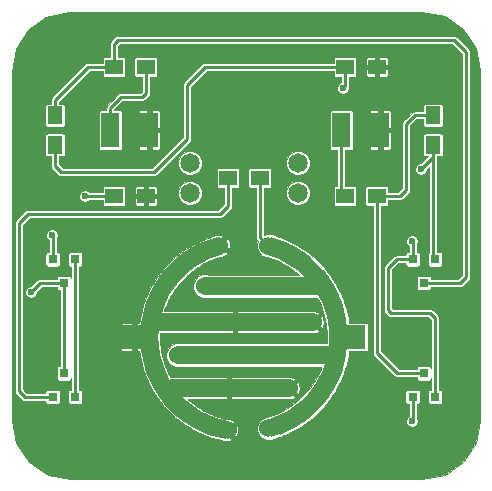
<source format=gtl>
G04 #@! TF.FileFunction,Copper,L1,Top,Signal*
%FSLAX46Y46*%
G04 Gerber Fmt 4.6, Leading zero omitted, Abs format (unit mm)*
G04 Created by KiCad (PCBNEW (2015-05-03 BZR 5637)-product) date 2015 September 04, Friday 15:50:35*
%MOMM*%
G01*
G04 APERTURE LIST*
%ADD10C,0.100000*%
%ADD11C,1.651000*%
%ADD12R,1.250000X1.500000*%
%ADD13R,1.500000X1.300000*%
%ADD14R,1.500000X3.000000*%
%ADD15R,13.000000X1.540000*%
%ADD16R,10.000000X1.540000*%
%ADD17R,2.000000X2.000000*%
%ADD18C,1.524000*%
%ADD19R,1.524000X1.524000*%
%ADD20C,1.540000*%
%ADD21R,0.800100X0.800100*%
%ADD22C,0.600000*%
%ADD23C,0.250000*%
%ADD24C,0.025400*%
G04 APERTURE END LIST*
D10*
D11*
X152654000Y-104648000D03*
X152654000Y-107188000D03*
X143510000Y-104648000D03*
X143510000Y-107188000D03*
D12*
X132080000Y-103104000D03*
X132080000Y-100604000D03*
X164084000Y-100604000D03*
X164084000Y-103104000D03*
D13*
X149432000Y-105918000D03*
X146732000Y-105918000D03*
X139780000Y-96520000D03*
X137080000Y-96520000D03*
X159338000Y-96520000D03*
X156638000Y-96520000D03*
X139780000Y-107442000D03*
X137080000Y-107442000D03*
X156638000Y-107442000D03*
X159338000Y-107442000D03*
D14*
X136780000Y-101854000D03*
X140080000Y-101854000D03*
X156338000Y-101854000D03*
X159638000Y-101854000D03*
D15*
X149098000Y-120904000D03*
X147320000Y-118110000D03*
D16*
X146812000Y-123698000D03*
D17*
X138811000Y-119380000D03*
D18*
X150153000Y-111653000D03*
D10*
G36*
X150362574Y-110885335D02*
X151794665Y-111406574D01*
X151273426Y-112838665D01*
X149841335Y-112317426D01*
X150362574Y-110885335D01*
X150362574Y-110885335D01*
G37*
G36*
X151094429Y-111117358D02*
X152475642Y-111761429D01*
X151831571Y-113142642D01*
X150450358Y-112498571D01*
X151094429Y-111117358D01*
X151094429Y-111117358D01*
G37*
G36*
X151803089Y-111411089D02*
X153122911Y-112173089D01*
X152360911Y-113492911D01*
X151041089Y-112730911D01*
X151803089Y-111411089D01*
X151803089Y-111411089D01*
G37*
G36*
X152483871Y-111765741D02*
X153732259Y-112639871D01*
X152858129Y-113888259D01*
X151609741Y-113014129D01*
X152483871Y-111765741D01*
X152483871Y-111765741D01*
G37*
G36*
X153130078Y-112178470D02*
X154297530Y-113158078D01*
X153317922Y-114325530D01*
X152150470Y-113345922D01*
X153130078Y-112178470D01*
X153130078Y-112178470D01*
G37*
G36*
X153739000Y-112645369D02*
X154816631Y-113723000D01*
X153739000Y-114800631D01*
X152661369Y-113723000D01*
X153739000Y-112645369D01*
X153739000Y-112645369D01*
G37*
G36*
X154303922Y-113164470D02*
X155283530Y-114331922D01*
X154116078Y-115311530D01*
X153136470Y-114144078D01*
X154303922Y-113164470D01*
X154303922Y-113164470D01*
G37*
G36*
X154822129Y-113729741D02*
X155696259Y-114978129D01*
X154447871Y-115852259D01*
X153573741Y-114603871D01*
X154822129Y-113729741D01*
X154822129Y-113729741D01*
G37*
G36*
X155288911Y-114339089D02*
X156050911Y-115658911D01*
X154731089Y-116420911D01*
X153969089Y-115101089D01*
X155288911Y-114339089D01*
X155288911Y-114339089D01*
G37*
G36*
X155700571Y-114986358D02*
X156344642Y-116367571D01*
X154963429Y-117011642D01*
X154319358Y-115630429D01*
X155700571Y-114986358D01*
X155700571Y-114986358D01*
G37*
G36*
X156055426Y-115667335D02*
X156576665Y-117099426D01*
X155144574Y-117620665D01*
X154623335Y-116188574D01*
X156055426Y-115667335D01*
X156055426Y-115667335D01*
G37*
G36*
X156347815Y-116375744D02*
X156742256Y-117847815D01*
X155270185Y-118242256D01*
X154875744Y-116770185D01*
X156347815Y-116375744D01*
X156347815Y-116375744D01*
G37*
G36*
X156578104Y-117108257D02*
X156842743Y-118609104D01*
X155341896Y-118873743D01*
X155077257Y-117372896D01*
X156578104Y-117108257D01*
X156578104Y-117108257D01*
G37*
G36*
X156744688Y-117857487D02*
X156877513Y-119375688D01*
X155359312Y-119508513D01*
X155226487Y-117990312D01*
X156744688Y-117857487D01*
X156744688Y-117857487D01*
G37*
D19*
X156082000Y-119380000D03*
D10*
G36*
X156877513Y-119384312D02*
X156744688Y-120902513D01*
X155226487Y-120769688D01*
X155359312Y-119251487D01*
X156877513Y-119384312D01*
X156877513Y-119384312D01*
G37*
G36*
X156842743Y-120150896D02*
X156578104Y-121651743D01*
X155077257Y-121387104D01*
X155341896Y-119886257D01*
X156842743Y-120150896D01*
X156842743Y-120150896D01*
G37*
G36*
X156742256Y-120912185D02*
X156347815Y-122384256D01*
X154875744Y-121989815D01*
X155270185Y-120517744D01*
X156742256Y-120912185D01*
X156742256Y-120912185D01*
G37*
G36*
X156576665Y-121660574D02*
X156055426Y-123092665D01*
X154623335Y-122571426D01*
X155144574Y-121139335D01*
X156576665Y-121660574D01*
X156576665Y-121660574D01*
G37*
G36*
X156344642Y-122392429D02*
X155700571Y-123773642D01*
X154319358Y-123129571D01*
X154963429Y-121748358D01*
X156344642Y-122392429D01*
X156344642Y-122392429D01*
G37*
G36*
X156050911Y-123101089D02*
X155288911Y-124420911D01*
X153969089Y-123658911D01*
X154731089Y-122339089D01*
X156050911Y-123101089D01*
X156050911Y-123101089D01*
G37*
G36*
X155696259Y-123781871D02*
X154822129Y-125030259D01*
X153573741Y-124156129D01*
X154447871Y-122907741D01*
X155696259Y-123781871D01*
X155696259Y-123781871D01*
G37*
G36*
X155283530Y-124428078D02*
X154303922Y-125595530D01*
X153136470Y-124615922D01*
X154116078Y-123448470D01*
X155283530Y-124428078D01*
X155283530Y-124428078D01*
G37*
G36*
X154816631Y-125037000D02*
X153739000Y-126114631D01*
X152661369Y-125037000D01*
X153739000Y-123959369D01*
X154816631Y-125037000D01*
X154816631Y-125037000D01*
G37*
G36*
X154297530Y-125601922D02*
X153130078Y-126581530D01*
X152150470Y-125414078D01*
X153317922Y-124434470D01*
X154297530Y-125601922D01*
X154297530Y-125601922D01*
G37*
G36*
X153732259Y-126120129D02*
X152483871Y-126994259D01*
X151609741Y-125745871D01*
X152858129Y-124871741D01*
X153732259Y-126120129D01*
X153732259Y-126120129D01*
G37*
G36*
X153122911Y-126586911D02*
X151803089Y-127348911D01*
X151041089Y-126029089D01*
X152360911Y-125267089D01*
X153122911Y-126586911D01*
X153122911Y-126586911D01*
G37*
G36*
X152475642Y-126998571D02*
X151094429Y-127642642D01*
X150450358Y-126261429D01*
X151831571Y-125617358D01*
X152475642Y-126998571D01*
X152475642Y-126998571D01*
G37*
G36*
X151794665Y-127353426D02*
X150362574Y-127874665D01*
X149841335Y-126442574D01*
X151273426Y-125921335D01*
X151794665Y-127353426D01*
X151794665Y-127353426D01*
G37*
D18*
X150153000Y-127107000D03*
X146693000Y-127258000D03*
D10*
G36*
X146549815Y-128040256D02*
X145077744Y-127645815D01*
X145472185Y-126173744D01*
X146944256Y-126568185D01*
X146549815Y-128040256D01*
X146549815Y-128040256D01*
G37*
G36*
X145801426Y-127874665D02*
X144369335Y-127353426D01*
X144890574Y-125921335D01*
X146322665Y-126442574D01*
X145801426Y-127874665D01*
X145801426Y-127874665D01*
G37*
G36*
X145069571Y-127642642D02*
X143688358Y-126998571D01*
X144332429Y-125617358D01*
X145713642Y-126261429D01*
X145069571Y-127642642D01*
X145069571Y-127642642D01*
G37*
G36*
X144360911Y-127348911D02*
X143041089Y-126586911D01*
X143803089Y-125267089D01*
X145122911Y-126029089D01*
X144360911Y-127348911D01*
X144360911Y-127348911D01*
G37*
G36*
X143680129Y-126994259D02*
X142431741Y-126120129D01*
X143305871Y-124871741D01*
X144554259Y-125745871D01*
X143680129Y-126994259D01*
X143680129Y-126994259D01*
G37*
G36*
X143033922Y-126581530D02*
X141866470Y-125601922D01*
X142846078Y-124434470D01*
X144013530Y-125414078D01*
X143033922Y-126581530D01*
X143033922Y-126581530D01*
G37*
G36*
X142425000Y-126114631D02*
X141347369Y-125037000D01*
X142425000Y-123959369D01*
X143502631Y-125037000D01*
X142425000Y-126114631D01*
X142425000Y-126114631D01*
G37*
G36*
X141860078Y-125595530D02*
X140880470Y-124428078D01*
X142047922Y-123448470D01*
X143027530Y-124615922D01*
X141860078Y-125595530D01*
X141860078Y-125595530D01*
G37*
G36*
X141341871Y-125030259D02*
X140467741Y-123781871D01*
X141716129Y-122907741D01*
X142590259Y-124156129D01*
X141341871Y-125030259D01*
X141341871Y-125030259D01*
G37*
G36*
X140875089Y-124420911D02*
X140113089Y-123101089D01*
X141432911Y-122339089D01*
X142194911Y-123658911D01*
X140875089Y-124420911D01*
X140875089Y-124420911D01*
G37*
G36*
X140463429Y-123773642D02*
X139819358Y-122392429D01*
X141200571Y-121748358D01*
X141844642Y-123129571D01*
X140463429Y-123773642D01*
X140463429Y-123773642D01*
G37*
G36*
X140108574Y-123092665D02*
X139587335Y-121660574D01*
X141019426Y-121139335D01*
X141540665Y-122571426D01*
X140108574Y-123092665D01*
X140108574Y-123092665D01*
G37*
G36*
X139816185Y-122384256D02*
X139421744Y-120912185D01*
X140893815Y-120517744D01*
X141288256Y-121989815D01*
X139816185Y-122384256D01*
X139816185Y-122384256D01*
G37*
G36*
X139585896Y-121651743D02*
X139321257Y-120150896D01*
X140822104Y-119886257D01*
X141086743Y-121387104D01*
X139585896Y-121651743D01*
X139585896Y-121651743D01*
G37*
G36*
X139419312Y-120902513D02*
X139286487Y-119384312D01*
X140804688Y-119251487D01*
X140937513Y-120769688D01*
X139419312Y-120902513D01*
X139419312Y-120902513D01*
G37*
D19*
X140082000Y-119380000D03*
D10*
G36*
X139286487Y-119375688D02*
X139419312Y-117857487D01*
X140937513Y-117990312D01*
X140804688Y-119508513D01*
X139286487Y-119375688D01*
X139286487Y-119375688D01*
G37*
G36*
X139321257Y-118609104D02*
X139585896Y-117108257D01*
X141086743Y-117372896D01*
X140822104Y-118873743D01*
X139321257Y-118609104D01*
X139321257Y-118609104D01*
G37*
G36*
X139421744Y-117847815D02*
X139816185Y-116375744D01*
X141288256Y-116770185D01*
X140893815Y-118242256D01*
X139421744Y-117847815D01*
X139421744Y-117847815D01*
G37*
G36*
X139587335Y-117099426D02*
X140108574Y-115667335D01*
X141540665Y-116188574D01*
X141019426Y-117620665D01*
X139587335Y-117099426D01*
X139587335Y-117099426D01*
G37*
G36*
X139819358Y-116367571D02*
X140463429Y-114986358D01*
X141844642Y-115630429D01*
X141200571Y-117011642D01*
X139819358Y-116367571D01*
X139819358Y-116367571D01*
G37*
G36*
X140113089Y-115658911D02*
X140875089Y-114339089D01*
X142194911Y-115101089D01*
X141432911Y-116420911D01*
X140113089Y-115658911D01*
X140113089Y-115658911D01*
G37*
G36*
X140467741Y-114978129D02*
X141341871Y-113729741D01*
X142590259Y-114603871D01*
X141716129Y-115852259D01*
X140467741Y-114978129D01*
X140467741Y-114978129D01*
G37*
G36*
X140880470Y-114331922D02*
X141860078Y-113164470D01*
X143027530Y-114144078D01*
X142047922Y-115311530D01*
X140880470Y-114331922D01*
X140880470Y-114331922D01*
G37*
G36*
X141347369Y-113723000D02*
X142425000Y-112645369D01*
X143502631Y-113723000D01*
X142425000Y-114800631D01*
X141347369Y-113723000D01*
X141347369Y-113723000D01*
G37*
G36*
X141866470Y-113158078D02*
X143033922Y-112178470D01*
X144013530Y-113345922D01*
X142846078Y-114325530D01*
X141866470Y-113158078D01*
X141866470Y-113158078D01*
G37*
G36*
X142431741Y-112639871D02*
X143680129Y-111765741D01*
X144554259Y-113014129D01*
X143305871Y-113888259D01*
X142431741Y-112639871D01*
X142431741Y-112639871D01*
G37*
G36*
X143041089Y-112173089D02*
X144360911Y-111411089D01*
X145122911Y-112730911D01*
X143803089Y-113492911D01*
X143041089Y-112173089D01*
X143041089Y-112173089D01*
G37*
G36*
X143688358Y-111761429D02*
X145069571Y-111117358D01*
X145713642Y-112498571D01*
X144332429Y-113142642D01*
X143688358Y-111761429D01*
X143688358Y-111761429D01*
G37*
G36*
X144369335Y-111406574D02*
X145801426Y-110885335D01*
X146322665Y-112317426D01*
X144890574Y-112838665D01*
X144369335Y-111406574D01*
X144369335Y-111406574D01*
G37*
D18*
X146011000Y-111653000D03*
D17*
X157353000Y-119380000D03*
D16*
X149982000Y-115080000D03*
D20*
X144780000Y-115062000D03*
X142494000Y-120904000D03*
X151892000Y-123698000D03*
X153924000Y-118110000D03*
D21*
X131892000Y-124444760D03*
X133792000Y-124444760D03*
X132842000Y-122445780D03*
X133792000Y-112791240D03*
X131892000Y-112791240D03*
X132842000Y-114790220D03*
X164272000Y-112791240D03*
X162372000Y-112791240D03*
X163322000Y-114790220D03*
X162372000Y-124444760D03*
X164272000Y-124444760D03*
X163322000Y-122445780D03*
D22*
X162306000Y-126492000D03*
X156464000Y-98298000D03*
X163068000Y-105156000D03*
X134620000Y-107442000D03*
X162306000Y-111252000D03*
X130048000Y-115570000D03*
X131826000Y-110744000D03*
X161036000Y-116332000D03*
X135382000Y-116332000D03*
D23*
X156638000Y-96520000D02*
X156638000Y-98124000D01*
X162372000Y-126426000D02*
X162372000Y-124444760D01*
X162306000Y-126492000D02*
X162372000Y-126426000D01*
X156638000Y-98124000D02*
X156464000Y-98298000D01*
X132080000Y-103104000D02*
X132080000Y-104902000D01*
X144780000Y-96520000D02*
X156638000Y-96520000D01*
X143256000Y-98044000D02*
X144780000Y-96520000D01*
X143256000Y-102616000D02*
X143256000Y-98044000D01*
X140462000Y-105410000D02*
X143256000Y-102616000D01*
X132588000Y-105410000D02*
X140462000Y-105410000D01*
X132080000Y-104902000D02*
X132588000Y-105410000D01*
X137080000Y-96520000D02*
X137080000Y-94568000D01*
X166387780Y-114790220D02*
X163322000Y-114790220D01*
X166878000Y-114300000D02*
X166387780Y-114790220D01*
X166878000Y-95250000D02*
X166878000Y-114300000D01*
X165862000Y-94234000D02*
X166878000Y-95250000D01*
X137414000Y-94234000D02*
X165862000Y-94234000D01*
X137080000Y-94568000D02*
X137414000Y-94234000D01*
X134874000Y-96520000D02*
X137080000Y-96520000D01*
X132080000Y-99314000D02*
X134874000Y-96520000D01*
X132080000Y-100604000D02*
X132080000Y-99314000D01*
X164084000Y-100604000D02*
X162540000Y-100604000D01*
X161290000Y-107442000D02*
X159338000Y-107442000D01*
X161798000Y-106934000D02*
X161290000Y-107442000D01*
X161798000Y-101346000D02*
X161798000Y-106934000D01*
X162540000Y-100604000D02*
X161798000Y-101346000D01*
X161053780Y-122445780D02*
X159338000Y-120730000D01*
X159338000Y-120730000D02*
X159338000Y-107442000D01*
X163322000Y-122445780D02*
X161053780Y-122445780D01*
X137080000Y-107442000D02*
X134620000Y-107442000D01*
X164084000Y-104140000D02*
X164084000Y-103104000D01*
X163068000Y-105156000D02*
X164084000Y-104140000D01*
X164084000Y-103104000D02*
X164084000Y-112603240D01*
X164084000Y-112603240D02*
X164272000Y-112791240D01*
X139780000Y-96520000D02*
X139780000Y-98726000D01*
X136780000Y-99948000D02*
X136780000Y-101854000D01*
X137668000Y-99060000D02*
X136780000Y-99948000D01*
X139446000Y-99060000D02*
X137668000Y-99060000D01*
X139780000Y-98726000D02*
X139446000Y-99060000D01*
X156338000Y-101854000D02*
X156338000Y-107142000D01*
X156338000Y-107142000D02*
X156638000Y-107442000D01*
X132842000Y-114790220D02*
X130827780Y-114790220D01*
X162372000Y-111318000D02*
X162372000Y-112791240D01*
X162306000Y-111252000D02*
X162372000Y-111318000D01*
X130827780Y-114790220D02*
X130048000Y-115570000D01*
X132842000Y-122445780D02*
X132842000Y-114790220D01*
X161020760Y-112791240D02*
X160274000Y-113538000D01*
X162372000Y-112791240D02*
X161020760Y-112791240D01*
X164272000Y-117790000D02*
X164272000Y-124444760D01*
X163830000Y-117348000D02*
X164272000Y-117790000D01*
X160528000Y-117348000D02*
X163830000Y-117348000D01*
X160274000Y-117094000D02*
X160528000Y-117348000D01*
X160274000Y-115824000D02*
X160274000Y-117094000D01*
X160274000Y-113538000D02*
X160274000Y-115824000D01*
X146732000Y-108284000D02*
X146050000Y-108966000D01*
X146050000Y-108966000D02*
X129794000Y-108966000D01*
X129794000Y-108966000D02*
X129032000Y-109728000D01*
X129032000Y-109728000D02*
X129032000Y-123952000D01*
X129032000Y-123952000D02*
X129524760Y-124444760D01*
X129524760Y-124444760D02*
X131892000Y-124444760D01*
X146732000Y-105918000D02*
X146732000Y-108284000D01*
X133792000Y-112791240D02*
X133792000Y-124444760D01*
X131892000Y-110810000D02*
X131826000Y-110744000D01*
X131892000Y-112791240D02*
X131892000Y-110810000D01*
X149432000Y-105918000D02*
X149432000Y-110932000D01*
X149432000Y-110932000D02*
X150153000Y-111653000D01*
D24*
G36*
X144950572Y-112174695D02*
X144941238Y-112172194D01*
X144770425Y-112270812D01*
X144579349Y-112340359D01*
X144555038Y-112392492D01*
X144555842Y-112394702D01*
X144468955Y-112444867D01*
X144382505Y-112485179D01*
X144381231Y-112483360D01*
X144324582Y-112473371D01*
X144158618Y-112589579D01*
X143978958Y-112673357D01*
X143959284Y-112727411D01*
X143959897Y-112728725D01*
X143878129Y-112785980D01*
X143795906Y-112833451D01*
X143794901Y-112832253D01*
X143737597Y-112827240D01*
X143585249Y-112955074D01*
X143410062Y-113056219D01*
X143395174Y-113111782D01*
X143396256Y-113113657D01*
X143326175Y-113172462D01*
X143241486Y-113231763D01*
X143240064Y-113230341D01*
X143182541Y-113230341D01*
X143040123Y-113372758D01*
X142876280Y-113487483D01*
X142866291Y-113544132D01*
X142867303Y-113545578D01*
X142793197Y-113619684D01*
X142724448Y-113677372D01*
X142723025Y-113676178D01*
X142665720Y-113681192D01*
X142536814Y-113834814D01*
X142383192Y-113963720D01*
X142378178Y-114021025D01*
X142379372Y-114022448D01*
X142321684Y-114091197D01*
X142247578Y-114165303D01*
X142246132Y-114164291D01*
X142189483Y-114174280D01*
X142074758Y-114338123D01*
X141932341Y-114480541D01*
X141932341Y-114538064D01*
X141933763Y-114539486D01*
X141874462Y-114624175D01*
X141815657Y-114694256D01*
X141813782Y-114693174D01*
X141758219Y-114708062D01*
X141657074Y-114883249D01*
X141529240Y-115035597D01*
X141534253Y-115092901D01*
X141535451Y-115093906D01*
X141487980Y-115176129D01*
X141430725Y-115257897D01*
X141429411Y-115257284D01*
X141375357Y-115276958D01*
X141291579Y-115456618D01*
X141175371Y-115622582D01*
X141185360Y-115679231D01*
X141187179Y-115680505D01*
X141146867Y-115766955D01*
X141096702Y-115853842D01*
X141094492Y-115853038D01*
X141042359Y-115877349D01*
X140972812Y-116068425D01*
X140874194Y-116239238D01*
X140889082Y-116294801D01*
X140890186Y-116295438D01*
X140853752Y-116395541D01*
X140816537Y-116475348D01*
X140814537Y-116474813D01*
X140764720Y-116503574D01*
X140712503Y-116698450D01*
X140628146Y-116879355D01*
X140647820Y-116933409D01*
X140649354Y-116934124D01*
X140626001Y-117021280D01*
X140590033Y-117120103D01*
X140589084Y-117119936D01*
X140541964Y-117152930D01*
X140508021Y-117345428D01*
X140437650Y-117538772D01*
X140461960Y-117590906D01*
X140464569Y-117591855D01*
X140448121Y-117685136D01*
X140422192Y-117781906D01*
X140419700Y-117781688D01*
X140375635Y-117818663D01*
X140357838Y-118022075D01*
X140307115Y-118211379D01*
X140335877Y-118261196D01*
X140336894Y-118261468D01*
X140327437Y-118369567D01*
X140312320Y-118455300D01*
X140309975Y-118455300D01*
X140269300Y-118495975D01*
X140269300Y-118699282D01*
X140234945Y-118894119D01*
X140267939Y-118941239D01*
X140269300Y-118941478D01*
X140269300Y-119034078D01*
X140260401Y-119135783D01*
X140258515Y-119135949D01*
X140221539Y-119180015D01*
X140239035Y-119379999D01*
X140221539Y-119579985D01*
X140258515Y-119624051D01*
X140260401Y-119624216D01*
X140269300Y-119725921D01*
X140269300Y-119818521D01*
X140267939Y-119818761D01*
X140234945Y-119865881D01*
X140269300Y-120060717D01*
X140269300Y-120264025D01*
X140309975Y-120304700D01*
X140312320Y-120304700D01*
X140327437Y-120390432D01*
X140336894Y-120498531D01*
X140335877Y-120498804D01*
X140307115Y-120548621D01*
X140357838Y-120737924D01*
X140375635Y-120941337D01*
X140419700Y-120978312D01*
X140422192Y-120978093D01*
X140448121Y-121074863D01*
X140464569Y-121168144D01*
X140461960Y-121169094D01*
X140437650Y-121221228D01*
X140508021Y-121414571D01*
X140541964Y-121607070D01*
X140589084Y-121640064D01*
X140590033Y-121639896D01*
X140626001Y-121738719D01*
X140649354Y-121825875D01*
X140647820Y-121826591D01*
X140628146Y-121880645D01*
X140712503Y-122061549D01*
X140764720Y-122256426D01*
X140814537Y-122285187D01*
X140816537Y-122284651D01*
X140853752Y-122364458D01*
X140890186Y-122464561D01*
X140889082Y-122465199D01*
X140874194Y-122520762D01*
X140972812Y-122691574D01*
X141042359Y-122882651D01*
X141094492Y-122906962D01*
X141096702Y-122906157D01*
X141146867Y-122993044D01*
X141187179Y-123079494D01*
X141185360Y-123080769D01*
X141175371Y-123137418D01*
X141291579Y-123303381D01*
X141375357Y-123483042D01*
X141429411Y-123502716D01*
X141430725Y-123502102D01*
X141487980Y-123583870D01*
X141535451Y-123666093D01*
X141534253Y-123667099D01*
X141529240Y-123724403D01*
X141649300Y-123867485D01*
X141649300Y-123885302D01*
X141662011Y-123885302D01*
X141672246Y-123903028D01*
X141649300Y-123925975D01*
X141649300Y-124435637D01*
X141649300Y-124450259D01*
X141576989Y-124364082D01*
X141483004Y-124229858D01*
X141471260Y-124238080D01*
X141429488Y-124188298D01*
X141286478Y-123984059D01*
X141256097Y-123931437D01*
X141268142Y-123923004D01*
X141171740Y-123785328D01*
X141085443Y-123635857D01*
X141072366Y-123643406D01*
X141040121Y-123597356D01*
X140911255Y-123374154D01*
X140885434Y-123318780D01*
X140898143Y-123311443D01*
X140814278Y-123166184D01*
X140741405Y-123009908D01*
X140727732Y-123016283D01*
X140699543Y-122967458D01*
X140585819Y-122723578D01*
X140568878Y-122677032D01*
X140583092Y-122670405D01*
X140507336Y-122507947D01*
X140452056Y-122356065D01*
X140438767Y-122360901D01*
X140410360Y-122299982D01*
X140327788Y-122073117D01*
X140310585Y-122008914D01*
X140323935Y-122004056D01*
X140268399Y-121851473D01*
X140222559Y-121680395D01*
X140207591Y-121684405D01*
X140189915Y-121635842D01*
X140121898Y-121382000D01*
X140111384Y-121322369D01*
X140125605Y-121318559D01*
X140082052Y-121156018D01*
X140052070Y-120985979D01*
X140037193Y-120988602D01*
X140022660Y-120934365D01*
X139975686Y-120667962D01*
X139971474Y-120619811D01*
X139987021Y-120617070D01*
X139957725Y-120450927D01*
X139973700Y-120412363D01*
X139973700Y-120347637D01*
X139973700Y-119607975D01*
X139933025Y-119567300D01*
X139894700Y-119567300D01*
X139879391Y-119567300D01*
X139874700Y-119513682D01*
X139874700Y-119246316D01*
X139879391Y-119192700D01*
X139894700Y-119192700D01*
X139933025Y-119192700D01*
X139973700Y-119152025D01*
X139973700Y-118412363D01*
X139973700Y-118347637D01*
X139957725Y-118309072D01*
X139987021Y-118142930D01*
X139971474Y-118140188D01*
X139975686Y-118092038D01*
X140022661Y-117825631D01*
X140037193Y-117771397D01*
X140052070Y-117774021D01*
X140082052Y-117603981D01*
X140125605Y-117441441D01*
X140111384Y-117437630D01*
X140121898Y-117378001D01*
X140189916Y-117124153D01*
X140207591Y-117075594D01*
X140222559Y-117079605D01*
X140268399Y-116908526D01*
X140323935Y-116755944D01*
X140310585Y-116751085D01*
X140327787Y-116686885D01*
X140410362Y-116460012D01*
X140438767Y-116399098D01*
X140452056Y-116403935D01*
X140507336Y-116252052D01*
X140583092Y-116089595D01*
X140568878Y-116082967D01*
X140585817Y-116036424D01*
X140699545Y-115792536D01*
X140727732Y-115743716D01*
X140741405Y-115750092D01*
X140814278Y-115593815D01*
X140898143Y-115448557D01*
X140885434Y-115441219D01*
X140911253Y-115385849D01*
X141040125Y-115162637D01*
X141072366Y-115116593D01*
X141085443Y-115124143D01*
X141171740Y-114974671D01*
X141268142Y-114836996D01*
X141256097Y-114828562D01*
X141286475Y-114775944D01*
X141429492Y-114571695D01*
X141471260Y-114521919D01*
X141483004Y-114530142D01*
X141576989Y-114395917D01*
X141690126Y-114261086D01*
X141678329Y-114251187D01*
X141708601Y-114207952D01*
X141882975Y-114000141D01*
X141918994Y-113964123D01*
X141930914Y-113974126D01*
X142045236Y-113837881D01*
X142160118Y-113723000D01*
X142150067Y-113712949D01*
X142192737Y-113662095D01*
X142364095Y-113490737D01*
X142414949Y-113448067D01*
X142425000Y-113458118D01*
X142539881Y-113343236D01*
X142676126Y-113228914D01*
X142666123Y-113216994D01*
X142702141Y-113180975D01*
X142909952Y-113006601D01*
X142953187Y-112976329D01*
X142963086Y-112988126D01*
X143097917Y-112874989D01*
X143232142Y-112781004D01*
X143223919Y-112769260D01*
X143273695Y-112727492D01*
X143477944Y-112584475D01*
X143530562Y-112554097D01*
X143538996Y-112566142D01*
X143676671Y-112469740D01*
X143826143Y-112383443D01*
X143818593Y-112370366D01*
X143864637Y-112338125D01*
X144087849Y-112209253D01*
X144143219Y-112183434D01*
X144150557Y-112196143D01*
X144295815Y-112112278D01*
X144452092Y-112039405D01*
X144445716Y-112025732D01*
X144494536Y-111997545D01*
X144738424Y-111883817D01*
X144784967Y-111866878D01*
X144791595Y-111881092D01*
X144809720Y-111872639D01*
X144950572Y-112174695D01*
X144950572Y-112174695D01*
G37*
X144950572Y-112174695D02*
X144941238Y-112172194D01*
X144770425Y-112270812D01*
X144579349Y-112340359D01*
X144555038Y-112392492D01*
X144555842Y-112394702D01*
X144468955Y-112444867D01*
X144382505Y-112485179D01*
X144381231Y-112483360D01*
X144324582Y-112473371D01*
X144158618Y-112589579D01*
X143978958Y-112673357D01*
X143959284Y-112727411D01*
X143959897Y-112728725D01*
X143878129Y-112785980D01*
X143795906Y-112833451D01*
X143794901Y-112832253D01*
X143737597Y-112827240D01*
X143585249Y-112955074D01*
X143410062Y-113056219D01*
X143395174Y-113111782D01*
X143396256Y-113113657D01*
X143326175Y-113172462D01*
X143241486Y-113231763D01*
X143240064Y-113230341D01*
X143182541Y-113230341D01*
X143040123Y-113372758D01*
X142876280Y-113487483D01*
X142866291Y-113544132D01*
X142867303Y-113545578D01*
X142793197Y-113619684D01*
X142724448Y-113677372D01*
X142723025Y-113676178D01*
X142665720Y-113681192D01*
X142536814Y-113834814D01*
X142383192Y-113963720D01*
X142378178Y-114021025D01*
X142379372Y-114022448D01*
X142321684Y-114091197D01*
X142247578Y-114165303D01*
X142246132Y-114164291D01*
X142189483Y-114174280D01*
X142074758Y-114338123D01*
X141932341Y-114480541D01*
X141932341Y-114538064D01*
X141933763Y-114539486D01*
X141874462Y-114624175D01*
X141815657Y-114694256D01*
X141813782Y-114693174D01*
X141758219Y-114708062D01*
X141657074Y-114883249D01*
X141529240Y-115035597D01*
X141534253Y-115092901D01*
X141535451Y-115093906D01*
X141487980Y-115176129D01*
X141430725Y-115257897D01*
X141429411Y-115257284D01*
X141375357Y-115276958D01*
X141291579Y-115456618D01*
X141175371Y-115622582D01*
X141185360Y-115679231D01*
X141187179Y-115680505D01*
X141146867Y-115766955D01*
X141096702Y-115853842D01*
X141094492Y-115853038D01*
X141042359Y-115877349D01*
X140972812Y-116068425D01*
X140874194Y-116239238D01*
X140889082Y-116294801D01*
X140890186Y-116295438D01*
X140853752Y-116395541D01*
X140816537Y-116475348D01*
X140814537Y-116474813D01*
X140764720Y-116503574D01*
X140712503Y-116698450D01*
X140628146Y-116879355D01*
X140647820Y-116933409D01*
X140649354Y-116934124D01*
X140626001Y-117021280D01*
X140590033Y-117120103D01*
X140589084Y-117119936D01*
X140541964Y-117152930D01*
X140508021Y-117345428D01*
X140437650Y-117538772D01*
X140461960Y-117590906D01*
X140464569Y-117591855D01*
X140448121Y-117685136D01*
X140422192Y-117781906D01*
X140419700Y-117781688D01*
X140375635Y-117818663D01*
X140357838Y-118022075D01*
X140307115Y-118211379D01*
X140335877Y-118261196D01*
X140336894Y-118261468D01*
X140327437Y-118369567D01*
X140312320Y-118455300D01*
X140309975Y-118455300D01*
X140269300Y-118495975D01*
X140269300Y-118699282D01*
X140234945Y-118894119D01*
X140267939Y-118941239D01*
X140269300Y-118941478D01*
X140269300Y-119034078D01*
X140260401Y-119135783D01*
X140258515Y-119135949D01*
X140221539Y-119180015D01*
X140239035Y-119379999D01*
X140221539Y-119579985D01*
X140258515Y-119624051D01*
X140260401Y-119624216D01*
X140269300Y-119725921D01*
X140269300Y-119818521D01*
X140267939Y-119818761D01*
X140234945Y-119865881D01*
X140269300Y-120060717D01*
X140269300Y-120264025D01*
X140309975Y-120304700D01*
X140312320Y-120304700D01*
X140327437Y-120390432D01*
X140336894Y-120498531D01*
X140335877Y-120498804D01*
X140307115Y-120548621D01*
X140357838Y-120737924D01*
X140375635Y-120941337D01*
X140419700Y-120978312D01*
X140422192Y-120978093D01*
X140448121Y-121074863D01*
X140464569Y-121168144D01*
X140461960Y-121169094D01*
X140437650Y-121221228D01*
X140508021Y-121414571D01*
X140541964Y-121607070D01*
X140589084Y-121640064D01*
X140590033Y-121639896D01*
X140626001Y-121738719D01*
X140649354Y-121825875D01*
X140647820Y-121826591D01*
X140628146Y-121880645D01*
X140712503Y-122061549D01*
X140764720Y-122256426D01*
X140814537Y-122285187D01*
X140816537Y-122284651D01*
X140853752Y-122364458D01*
X140890186Y-122464561D01*
X140889082Y-122465199D01*
X140874194Y-122520762D01*
X140972812Y-122691574D01*
X141042359Y-122882651D01*
X141094492Y-122906962D01*
X141096702Y-122906157D01*
X141146867Y-122993044D01*
X141187179Y-123079494D01*
X141185360Y-123080769D01*
X141175371Y-123137418D01*
X141291579Y-123303381D01*
X141375357Y-123483042D01*
X141429411Y-123502716D01*
X141430725Y-123502102D01*
X141487980Y-123583870D01*
X141535451Y-123666093D01*
X141534253Y-123667099D01*
X141529240Y-123724403D01*
X141649300Y-123867485D01*
X141649300Y-123885302D01*
X141662011Y-123885302D01*
X141672246Y-123903028D01*
X141649300Y-123925975D01*
X141649300Y-124435637D01*
X141649300Y-124450259D01*
X141576989Y-124364082D01*
X141483004Y-124229858D01*
X141471260Y-124238080D01*
X141429488Y-124188298D01*
X141286478Y-123984059D01*
X141256097Y-123931437D01*
X141268142Y-123923004D01*
X141171740Y-123785328D01*
X141085443Y-123635857D01*
X141072366Y-123643406D01*
X141040121Y-123597356D01*
X140911255Y-123374154D01*
X140885434Y-123318780D01*
X140898143Y-123311443D01*
X140814278Y-123166184D01*
X140741405Y-123009908D01*
X140727732Y-123016283D01*
X140699543Y-122967458D01*
X140585819Y-122723578D01*
X140568878Y-122677032D01*
X140583092Y-122670405D01*
X140507336Y-122507947D01*
X140452056Y-122356065D01*
X140438767Y-122360901D01*
X140410360Y-122299982D01*
X140327788Y-122073117D01*
X140310585Y-122008914D01*
X140323935Y-122004056D01*
X140268399Y-121851473D01*
X140222559Y-121680395D01*
X140207591Y-121684405D01*
X140189915Y-121635842D01*
X140121898Y-121382000D01*
X140111384Y-121322369D01*
X140125605Y-121318559D01*
X140082052Y-121156018D01*
X140052070Y-120985979D01*
X140037193Y-120988602D01*
X140022660Y-120934365D01*
X139975686Y-120667962D01*
X139971474Y-120619811D01*
X139987021Y-120617070D01*
X139957725Y-120450927D01*
X139973700Y-120412363D01*
X139973700Y-120347637D01*
X139973700Y-119607975D01*
X139933025Y-119567300D01*
X139894700Y-119567300D01*
X139879391Y-119567300D01*
X139874700Y-119513682D01*
X139874700Y-119246316D01*
X139879391Y-119192700D01*
X139894700Y-119192700D01*
X139933025Y-119192700D01*
X139973700Y-119152025D01*
X139973700Y-118412363D01*
X139973700Y-118347637D01*
X139957725Y-118309072D01*
X139987021Y-118142930D01*
X139971474Y-118140188D01*
X139975686Y-118092038D01*
X140022661Y-117825631D01*
X140037193Y-117771397D01*
X140052070Y-117774021D01*
X140082052Y-117603981D01*
X140125605Y-117441441D01*
X140111384Y-117437630D01*
X140121898Y-117378001D01*
X140189916Y-117124153D01*
X140207591Y-117075594D01*
X140222559Y-117079605D01*
X140268399Y-116908526D01*
X140323935Y-116755944D01*
X140310585Y-116751085D01*
X140327787Y-116686885D01*
X140410362Y-116460012D01*
X140438767Y-116399098D01*
X140452056Y-116403935D01*
X140507336Y-116252052D01*
X140583092Y-116089595D01*
X140568878Y-116082967D01*
X140585817Y-116036424D01*
X140699545Y-115792536D01*
X140727732Y-115743716D01*
X140741405Y-115750092D01*
X140814278Y-115593815D01*
X140898143Y-115448557D01*
X140885434Y-115441219D01*
X140911253Y-115385849D01*
X141040125Y-115162637D01*
X141072366Y-115116593D01*
X141085443Y-115124143D01*
X141171740Y-114974671D01*
X141268142Y-114836996D01*
X141256097Y-114828562D01*
X141286475Y-114775944D01*
X141429492Y-114571695D01*
X141471260Y-114521919D01*
X141483004Y-114530142D01*
X141576989Y-114395917D01*
X141690126Y-114261086D01*
X141678329Y-114251187D01*
X141708601Y-114207952D01*
X141882975Y-114000141D01*
X141918994Y-113964123D01*
X141930914Y-113974126D01*
X142045236Y-113837881D01*
X142160118Y-113723000D01*
X142150067Y-113712949D01*
X142192737Y-113662095D01*
X142364095Y-113490737D01*
X142414949Y-113448067D01*
X142425000Y-113458118D01*
X142539881Y-113343236D01*
X142676126Y-113228914D01*
X142666123Y-113216994D01*
X142702141Y-113180975D01*
X142909952Y-113006601D01*
X142953187Y-112976329D01*
X142963086Y-112988126D01*
X143097917Y-112874989D01*
X143232142Y-112781004D01*
X143223919Y-112769260D01*
X143273695Y-112727492D01*
X143477944Y-112584475D01*
X143530562Y-112554097D01*
X143538996Y-112566142D01*
X143676671Y-112469740D01*
X143826143Y-112383443D01*
X143818593Y-112370366D01*
X143864637Y-112338125D01*
X144087849Y-112209253D01*
X144143219Y-112183434D01*
X144150557Y-112196143D01*
X144295815Y-112112278D01*
X144452092Y-112039405D01*
X144445716Y-112025732D01*
X144494536Y-111997545D01*
X144738424Y-111883817D01*
X144784967Y-111866878D01*
X144791595Y-111881092D01*
X144809720Y-111872639D01*
X144950572Y-112174695D01*
G36*
X145591263Y-126830247D02*
X145476737Y-127144905D01*
X145457944Y-127138065D01*
X145453085Y-127151414D01*
X145388875Y-127134208D01*
X145162022Y-127051641D01*
X145101098Y-127023232D01*
X145105935Y-127009944D01*
X144954052Y-126954663D01*
X144791595Y-126878908D01*
X144784967Y-126893121D01*
X144738415Y-126876177D01*
X144494545Y-126762458D01*
X144445716Y-126734267D01*
X144452092Y-126720595D01*
X144295815Y-126647721D01*
X144150557Y-126563857D01*
X144143219Y-126576565D01*
X144087840Y-126550741D01*
X143864645Y-126421879D01*
X143818593Y-126389633D01*
X143826143Y-126376557D01*
X143676671Y-126290259D01*
X143538996Y-126193858D01*
X143530562Y-126205902D01*
X143477936Y-126175519D01*
X143273702Y-126032512D01*
X143223919Y-125990739D01*
X143232142Y-125978996D01*
X143097917Y-125885010D01*
X142963086Y-125771874D01*
X142953187Y-125783670D01*
X142909945Y-125753392D01*
X142702148Y-125579030D01*
X142666123Y-125543005D01*
X142676126Y-125531086D01*
X142539881Y-125416763D01*
X142425000Y-125301882D01*
X142414949Y-125311932D01*
X142364088Y-125269255D01*
X142192743Y-125097910D01*
X142150067Y-125047050D01*
X142160118Y-125037000D01*
X142145975Y-125022857D01*
X142382336Y-124786496D01*
X142383192Y-124796280D01*
X142536814Y-124925185D01*
X142665720Y-125078808D01*
X142723025Y-125083822D01*
X142724448Y-125082627D01*
X142793197Y-125140315D01*
X142867303Y-125214421D01*
X142866291Y-125215868D01*
X142876280Y-125272517D01*
X143040123Y-125387241D01*
X143182541Y-125529659D01*
X143240064Y-125529659D01*
X143241486Y-125528236D01*
X143326175Y-125587537D01*
X143396256Y-125646342D01*
X143395174Y-125648218D01*
X143410062Y-125703781D01*
X143585249Y-125804925D01*
X143737597Y-125932760D01*
X143794901Y-125927747D01*
X143795906Y-125926548D01*
X143878129Y-125974019D01*
X143959897Y-126031274D01*
X143959284Y-126032589D01*
X143978958Y-126086643D01*
X144158618Y-126170420D01*
X144324582Y-126286629D01*
X144381231Y-126276640D01*
X144382505Y-126274820D01*
X144468955Y-126315132D01*
X144555842Y-126365297D01*
X144555038Y-126367508D01*
X144579349Y-126419641D01*
X144770425Y-126489187D01*
X144941238Y-126587806D01*
X144996801Y-126572918D01*
X144997438Y-126571813D01*
X145097541Y-126608247D01*
X145177348Y-126645462D01*
X145176813Y-126647463D01*
X145205574Y-126697280D01*
X145400450Y-126749496D01*
X145581355Y-126833854D01*
X145591263Y-126830247D01*
X145591263Y-126830247D01*
G37*
X145591263Y-126830247D02*
X145476737Y-127144905D01*
X145457944Y-127138065D01*
X145453085Y-127151414D01*
X145388875Y-127134208D01*
X145162022Y-127051641D01*
X145101098Y-127023232D01*
X145105935Y-127009944D01*
X144954052Y-126954663D01*
X144791595Y-126878908D01*
X144784967Y-126893121D01*
X144738415Y-126876177D01*
X144494545Y-126762458D01*
X144445716Y-126734267D01*
X144452092Y-126720595D01*
X144295815Y-126647721D01*
X144150557Y-126563857D01*
X144143219Y-126576565D01*
X144087840Y-126550741D01*
X143864645Y-126421879D01*
X143818593Y-126389633D01*
X143826143Y-126376557D01*
X143676671Y-126290259D01*
X143538996Y-126193858D01*
X143530562Y-126205902D01*
X143477936Y-126175519D01*
X143273702Y-126032512D01*
X143223919Y-125990739D01*
X143232142Y-125978996D01*
X143097917Y-125885010D01*
X142963086Y-125771874D01*
X142953187Y-125783670D01*
X142909945Y-125753392D01*
X142702148Y-125579030D01*
X142666123Y-125543005D01*
X142676126Y-125531086D01*
X142539881Y-125416763D01*
X142425000Y-125301882D01*
X142414949Y-125311932D01*
X142364088Y-125269255D01*
X142192743Y-125097910D01*
X142150067Y-125047050D01*
X142160118Y-125037000D01*
X142145975Y-125022857D01*
X142382336Y-124786496D01*
X142383192Y-124796280D01*
X142536814Y-124925185D01*
X142665720Y-125078808D01*
X142723025Y-125083822D01*
X142724448Y-125082627D01*
X142793197Y-125140315D01*
X142867303Y-125214421D01*
X142866291Y-125215868D01*
X142876280Y-125272517D01*
X143040123Y-125387241D01*
X143182541Y-125529659D01*
X143240064Y-125529659D01*
X143241486Y-125528236D01*
X143326175Y-125587537D01*
X143396256Y-125646342D01*
X143395174Y-125648218D01*
X143410062Y-125703781D01*
X143585249Y-125804925D01*
X143737597Y-125932760D01*
X143794901Y-125927747D01*
X143795906Y-125926548D01*
X143878129Y-125974019D01*
X143959897Y-126031274D01*
X143959284Y-126032589D01*
X143978958Y-126086643D01*
X144158618Y-126170420D01*
X144324582Y-126286629D01*
X144381231Y-126276640D01*
X144382505Y-126274820D01*
X144468955Y-126315132D01*
X144555842Y-126365297D01*
X144555038Y-126367508D01*
X144579349Y-126419641D01*
X144770425Y-126489187D01*
X144941238Y-126587806D01*
X144996801Y-126572918D01*
X144997438Y-126571813D01*
X145097541Y-126608247D01*
X145177348Y-126645462D01*
X145176813Y-126647463D01*
X145205574Y-126697280D01*
X145400450Y-126749496D01*
X145581355Y-126833854D01*
X145591263Y-126830247D01*
G36*
X168110700Y-126475818D02*
X167733541Y-128371924D01*
X167215700Y-129146927D01*
X167215700Y-114300000D01*
X167215700Y-95250000D01*
X167189994Y-95120768D01*
X167116790Y-95011210D01*
X166100790Y-93995210D01*
X165991232Y-93922006D01*
X165862000Y-93896300D01*
X137414000Y-93896300D01*
X137284768Y-93922006D01*
X137175210Y-93995210D01*
X136841210Y-94329210D01*
X136768006Y-94438768D01*
X136742300Y-94568000D01*
X136742300Y-95653133D01*
X136330000Y-95653133D01*
X136248898Y-95668869D01*
X136177617Y-95715693D01*
X136129902Y-95786380D01*
X136113133Y-95870000D01*
X136113133Y-96182300D01*
X134874000Y-96182300D01*
X134744768Y-96208006D01*
X134635210Y-96281210D01*
X131841210Y-99075210D01*
X131768006Y-99184768D01*
X131742300Y-99314000D01*
X131742300Y-99637133D01*
X131455000Y-99637133D01*
X131373898Y-99652869D01*
X131302617Y-99699693D01*
X131254902Y-99770380D01*
X131238133Y-99854000D01*
X131238133Y-101354000D01*
X131253869Y-101435102D01*
X131300693Y-101506383D01*
X131371380Y-101554098D01*
X131455000Y-101570867D01*
X132705000Y-101570867D01*
X132786102Y-101555131D01*
X132857383Y-101508307D01*
X132905098Y-101437620D01*
X132921867Y-101354000D01*
X132921867Y-99854000D01*
X132906131Y-99772898D01*
X132859307Y-99701617D01*
X132788620Y-99653902D01*
X132705000Y-99637133D01*
X132417700Y-99637133D01*
X132417700Y-99453880D01*
X135013880Y-96857700D01*
X136113133Y-96857700D01*
X136113133Y-97170000D01*
X136128869Y-97251102D01*
X136175693Y-97322383D01*
X136246380Y-97370098D01*
X136330000Y-97386867D01*
X137830000Y-97386867D01*
X137911102Y-97371131D01*
X137982383Y-97324307D01*
X138030098Y-97253620D01*
X138046867Y-97170000D01*
X138046867Y-95870000D01*
X138031131Y-95788898D01*
X137984307Y-95717617D01*
X137913620Y-95669902D01*
X137830000Y-95653133D01*
X137417700Y-95653133D01*
X137417700Y-94707880D01*
X137553880Y-94571700D01*
X165722120Y-94571700D01*
X166540300Y-95389880D01*
X166540300Y-114160120D01*
X166247900Y-114452520D01*
X164925867Y-114452520D01*
X164925867Y-103854000D01*
X164925867Y-102354000D01*
X164925867Y-101354000D01*
X164925867Y-99854000D01*
X164910131Y-99772898D01*
X164863307Y-99701617D01*
X164792620Y-99653902D01*
X164709000Y-99637133D01*
X163459000Y-99637133D01*
X163377898Y-99652869D01*
X163306617Y-99699693D01*
X163258902Y-99770380D01*
X163242133Y-99854000D01*
X163242133Y-100266300D01*
X162540000Y-100266300D01*
X162410767Y-100292006D01*
X162301210Y-100365210D01*
X161559210Y-101107210D01*
X161486006Y-101216768D01*
X161460300Y-101346000D01*
X161460300Y-106794120D01*
X161150120Y-107104300D01*
X160550700Y-107104300D01*
X160550700Y-103386363D01*
X160550700Y-103321637D01*
X160550700Y-102081975D01*
X160550700Y-101626025D01*
X160550700Y-100386363D01*
X160550700Y-100321637D01*
X160525930Y-100261838D01*
X160480162Y-100216070D01*
X160420363Y-100191300D01*
X160250700Y-100191300D01*
X160250700Y-97202363D01*
X160250700Y-97137637D01*
X160250700Y-96747975D01*
X160250700Y-96292025D01*
X160250700Y-95902363D01*
X160250700Y-95837637D01*
X160225930Y-95777838D01*
X160180162Y-95732070D01*
X160120363Y-95707300D01*
X159565975Y-95707300D01*
X159525300Y-95747975D01*
X159525300Y-96332700D01*
X160210025Y-96332700D01*
X160250700Y-96292025D01*
X160250700Y-96747975D01*
X160210025Y-96707300D01*
X159525300Y-96707300D01*
X159525300Y-97292025D01*
X159565975Y-97332700D01*
X160120363Y-97332700D01*
X160180162Y-97307930D01*
X160225930Y-97262162D01*
X160250700Y-97202363D01*
X160250700Y-100191300D01*
X159865975Y-100191300D01*
X159825300Y-100231975D01*
X159825300Y-101666700D01*
X160510025Y-101666700D01*
X160550700Y-101626025D01*
X160550700Y-102081975D01*
X160510025Y-102041300D01*
X159825300Y-102041300D01*
X159825300Y-103476025D01*
X159865975Y-103516700D01*
X160420363Y-103516700D01*
X160480162Y-103491930D01*
X160525930Y-103446162D01*
X160550700Y-103386363D01*
X160550700Y-107104300D01*
X160304867Y-107104300D01*
X160304867Y-106792000D01*
X160289131Y-106710898D01*
X160242307Y-106639617D01*
X160171620Y-106591902D01*
X160088000Y-106575133D01*
X159450700Y-106575133D01*
X159450700Y-103476025D01*
X159450700Y-102041300D01*
X159450700Y-101666700D01*
X159450700Y-100231975D01*
X159410025Y-100191300D01*
X159150700Y-100191300D01*
X159150700Y-97292025D01*
X159150700Y-96707300D01*
X159150700Y-96332700D01*
X159150700Y-95747975D01*
X159110025Y-95707300D01*
X158555637Y-95707300D01*
X158495838Y-95732070D01*
X158450070Y-95777838D01*
X158425300Y-95837637D01*
X158425300Y-95902363D01*
X158425300Y-96292025D01*
X158465975Y-96332700D01*
X159150700Y-96332700D01*
X159150700Y-96707300D01*
X158465975Y-96707300D01*
X158425300Y-96747975D01*
X158425300Y-97137637D01*
X158425300Y-97202363D01*
X158450070Y-97262162D01*
X158495838Y-97307930D01*
X158555637Y-97332700D01*
X159110025Y-97332700D01*
X159150700Y-97292025D01*
X159150700Y-100191300D01*
X158855637Y-100191300D01*
X158795838Y-100216070D01*
X158750070Y-100261838D01*
X158725300Y-100321637D01*
X158725300Y-100386363D01*
X158725300Y-101626025D01*
X158765975Y-101666700D01*
X159450700Y-101666700D01*
X159450700Y-102041300D01*
X158765975Y-102041300D01*
X158725300Y-102081975D01*
X158725300Y-103321637D01*
X158725300Y-103386363D01*
X158750070Y-103446162D01*
X158795838Y-103491930D01*
X158855637Y-103516700D01*
X159410025Y-103516700D01*
X159450700Y-103476025D01*
X159450700Y-106575133D01*
X158588000Y-106575133D01*
X158506898Y-106590869D01*
X158435617Y-106637693D01*
X158387902Y-106708380D01*
X158371133Y-106792000D01*
X158371133Y-108092000D01*
X158386869Y-108173102D01*
X158433693Y-108244383D01*
X158504380Y-108292098D01*
X158588000Y-108308867D01*
X159000300Y-108308867D01*
X159000300Y-120730000D01*
X159026006Y-120859232D01*
X159099210Y-120968790D01*
X160814990Y-122684570D01*
X160924548Y-122757774D01*
X161053780Y-122783480D01*
X162705083Y-122783480D01*
X162705083Y-122845830D01*
X162720819Y-122926932D01*
X162767643Y-122998213D01*
X162838330Y-123045928D01*
X162921950Y-123062697D01*
X163722050Y-123062697D01*
X163803152Y-123046961D01*
X163874433Y-123000137D01*
X163922148Y-122929450D01*
X163934300Y-122868853D01*
X163934300Y-123827843D01*
X163871950Y-123827843D01*
X163790848Y-123843579D01*
X163719567Y-123890403D01*
X163671852Y-123961090D01*
X163655083Y-124044710D01*
X163655083Y-124844810D01*
X163670819Y-124925912D01*
X163717643Y-124997193D01*
X163788330Y-125044908D01*
X163871950Y-125061677D01*
X164672050Y-125061677D01*
X164753152Y-125045941D01*
X164824433Y-124999117D01*
X164872148Y-124928430D01*
X164888917Y-124844810D01*
X164888917Y-124044710D01*
X164873181Y-123963608D01*
X164826357Y-123892327D01*
X164755670Y-123844612D01*
X164672050Y-123827843D01*
X164609700Y-123827843D01*
X164609700Y-117790000D01*
X164583994Y-117660768D01*
X164583994Y-117660767D01*
X164510790Y-117551210D01*
X164068790Y-117109210D01*
X163959232Y-117036006D01*
X163830000Y-117010300D01*
X160667880Y-117010300D01*
X160611700Y-116954120D01*
X160611700Y-115824000D01*
X160611700Y-113677880D01*
X161160640Y-113128940D01*
X161755083Y-113128940D01*
X161755083Y-113191290D01*
X161770819Y-113272392D01*
X161817643Y-113343673D01*
X161888330Y-113391388D01*
X161971950Y-113408157D01*
X162772050Y-113408157D01*
X162853152Y-113392421D01*
X162924433Y-113345597D01*
X162972148Y-113274910D01*
X162988917Y-113191290D01*
X162988917Y-112391190D01*
X162973181Y-112310088D01*
X162926357Y-112238807D01*
X162855670Y-112191092D01*
X162772050Y-112174323D01*
X162709700Y-112174323D01*
X162709700Y-111573438D01*
X162740392Y-111542800D01*
X162818610Y-111354430D01*
X162818788Y-111150465D01*
X162740899Y-110961958D01*
X162596800Y-110817608D01*
X162408430Y-110739390D01*
X162204465Y-110739212D01*
X162015958Y-110817101D01*
X161871608Y-110961200D01*
X161793390Y-111149570D01*
X161793212Y-111353535D01*
X161871101Y-111542042D01*
X162015200Y-111686392D01*
X162034300Y-111694323D01*
X162034300Y-112174323D01*
X161971950Y-112174323D01*
X161890848Y-112190059D01*
X161819567Y-112236883D01*
X161771852Y-112307570D01*
X161755083Y-112391190D01*
X161755083Y-112453540D01*
X161020760Y-112453540D01*
X160891528Y-112479246D01*
X160781970Y-112552450D01*
X160035210Y-113299210D01*
X159962006Y-113408768D01*
X159936300Y-113538000D01*
X159936300Y-115824000D01*
X159936300Y-117094000D01*
X159962006Y-117223232D01*
X160035210Y-117332790D01*
X160289210Y-117586790D01*
X160398768Y-117659994D01*
X160528000Y-117685700D01*
X163690120Y-117685700D01*
X163934300Y-117929880D01*
X163934300Y-122021934D01*
X163923181Y-121964628D01*
X163876357Y-121893347D01*
X163805670Y-121845632D01*
X163722050Y-121828863D01*
X162921950Y-121828863D01*
X162840848Y-121844599D01*
X162769567Y-121891423D01*
X162721852Y-121962110D01*
X162705083Y-122045730D01*
X162705083Y-122108080D01*
X161193659Y-122108080D01*
X159675700Y-120590120D01*
X159675700Y-108308867D01*
X160088000Y-108308867D01*
X160169102Y-108293131D01*
X160240383Y-108246307D01*
X160288098Y-108175620D01*
X160304867Y-108092000D01*
X160304867Y-107779700D01*
X161290000Y-107779700D01*
X161419232Y-107753994D01*
X161528790Y-107680790D01*
X162036790Y-107172790D01*
X162109994Y-107063233D01*
X162109994Y-107063232D01*
X162135700Y-106934000D01*
X162135700Y-101485880D01*
X162679880Y-100941700D01*
X163242133Y-100941700D01*
X163242133Y-101354000D01*
X163257869Y-101435102D01*
X163304693Y-101506383D01*
X163375380Y-101554098D01*
X163459000Y-101570867D01*
X164709000Y-101570867D01*
X164790102Y-101555131D01*
X164861383Y-101508307D01*
X164909098Y-101437620D01*
X164925867Y-101354000D01*
X164925867Y-102354000D01*
X164910131Y-102272898D01*
X164863307Y-102201617D01*
X164792620Y-102153902D01*
X164709000Y-102137133D01*
X163459000Y-102137133D01*
X163377898Y-102152869D01*
X163306617Y-102199693D01*
X163258902Y-102270380D01*
X163242133Y-102354000D01*
X163242133Y-103854000D01*
X163257869Y-103935102D01*
X163304693Y-104006383D01*
X163375380Y-104054098D01*
X163459000Y-104070867D01*
X163675553Y-104070867D01*
X163103088Y-104643331D01*
X162966465Y-104643212D01*
X162777958Y-104721101D01*
X162633608Y-104865200D01*
X162555390Y-105053570D01*
X162555212Y-105257535D01*
X162633101Y-105446042D01*
X162777200Y-105590392D01*
X162965570Y-105668610D01*
X163169535Y-105668788D01*
X163358042Y-105590899D01*
X163502392Y-105446800D01*
X163580610Y-105258430D01*
X163580730Y-105120849D01*
X163746300Y-104955280D01*
X163746300Y-112219322D01*
X163719567Y-112236883D01*
X163671852Y-112307570D01*
X163655083Y-112391190D01*
X163655083Y-113191290D01*
X163670819Y-113272392D01*
X163717643Y-113343673D01*
X163788330Y-113391388D01*
X163871950Y-113408157D01*
X164672050Y-113408157D01*
X164753152Y-113392421D01*
X164824433Y-113345597D01*
X164872148Y-113274910D01*
X164888917Y-113191290D01*
X164888917Y-112391190D01*
X164873181Y-112310088D01*
X164826357Y-112238807D01*
X164755670Y-112191092D01*
X164672050Y-112174323D01*
X164421700Y-112174323D01*
X164421700Y-104140000D01*
X164421700Y-104070867D01*
X164709000Y-104070867D01*
X164790102Y-104055131D01*
X164861383Y-104008307D01*
X164909098Y-103937620D01*
X164925867Y-103854000D01*
X164925867Y-114452520D01*
X163938917Y-114452520D01*
X163938917Y-114390170D01*
X163923181Y-114309068D01*
X163876357Y-114237787D01*
X163805670Y-114190072D01*
X163722050Y-114173303D01*
X162921950Y-114173303D01*
X162840848Y-114189039D01*
X162769567Y-114235863D01*
X162721852Y-114306550D01*
X162705083Y-114390170D01*
X162705083Y-115190270D01*
X162720819Y-115271372D01*
X162767643Y-115342653D01*
X162838330Y-115390368D01*
X162921950Y-115407137D01*
X163722050Y-115407137D01*
X163803152Y-115391401D01*
X163874433Y-115344577D01*
X163922148Y-115273890D01*
X163938917Y-115190270D01*
X163938917Y-115127920D01*
X166387780Y-115127920D01*
X166517012Y-115102214D01*
X166626570Y-115029010D01*
X167116790Y-114538790D01*
X167189994Y-114429232D01*
X167215700Y-114300000D01*
X167215700Y-129146927D01*
X166668649Y-129965647D01*
X165074926Y-131030540D01*
X163178818Y-131407700D01*
X162988917Y-131407700D01*
X162988917Y-124844810D01*
X162988917Y-124044710D01*
X162973181Y-123963608D01*
X162926357Y-123892327D01*
X162855670Y-123844612D01*
X162772050Y-123827843D01*
X161971950Y-123827843D01*
X161890848Y-123843579D01*
X161819567Y-123890403D01*
X161771852Y-123961090D01*
X161755083Y-124044710D01*
X161755083Y-124844810D01*
X161770819Y-124925912D01*
X161817643Y-124997193D01*
X161888330Y-125044908D01*
X161971950Y-125061677D01*
X162034300Y-125061677D01*
X162034300Y-126049522D01*
X162015958Y-126057101D01*
X161871608Y-126201200D01*
X161793390Y-126389570D01*
X161793212Y-126593535D01*
X161871101Y-126782042D01*
X162015200Y-126926392D01*
X162203570Y-127004610D01*
X162407535Y-127004788D01*
X162596042Y-126926899D01*
X162740392Y-126782800D01*
X162818610Y-126594430D01*
X162818788Y-126390465D01*
X162740899Y-126201958D01*
X162709700Y-126170704D01*
X162709700Y-125061677D01*
X162772050Y-125061677D01*
X162853152Y-125045941D01*
X162924433Y-124999117D01*
X162972148Y-124928430D01*
X162988917Y-124844810D01*
X162988917Y-131407700D01*
X158569867Y-131407700D01*
X158569867Y-120380000D01*
X158569867Y-118380000D01*
X158554131Y-118298898D01*
X158507307Y-118227617D01*
X158436620Y-118179902D01*
X158353000Y-118163133D01*
X157604867Y-118163133D01*
X157604867Y-108092000D01*
X157604867Y-106792000D01*
X157604867Y-97170000D01*
X157604867Y-95870000D01*
X157589131Y-95788898D01*
X157542307Y-95717617D01*
X157471620Y-95669902D01*
X157388000Y-95653133D01*
X155888000Y-95653133D01*
X155806898Y-95668869D01*
X155735617Y-95715693D01*
X155687902Y-95786380D01*
X155671133Y-95870000D01*
X155671133Y-96182300D01*
X144780000Y-96182300D01*
X144650767Y-96208006D01*
X144541210Y-96281210D01*
X143017210Y-97805210D01*
X142944006Y-97914768D01*
X142918300Y-98044000D01*
X142918300Y-102476120D01*
X140992700Y-104401720D01*
X140992700Y-103386363D01*
X140992700Y-103321637D01*
X140992700Y-102081975D01*
X140992700Y-101626025D01*
X140992700Y-100386363D01*
X140992700Y-100321637D01*
X140967930Y-100261838D01*
X140922162Y-100216070D01*
X140862363Y-100191300D01*
X140746867Y-100191300D01*
X140746867Y-97170000D01*
X140746867Y-95870000D01*
X140731131Y-95788898D01*
X140684307Y-95717617D01*
X140613620Y-95669902D01*
X140530000Y-95653133D01*
X139030000Y-95653133D01*
X138948898Y-95668869D01*
X138877617Y-95715693D01*
X138829902Y-95786380D01*
X138813133Y-95870000D01*
X138813133Y-97170000D01*
X138828869Y-97251102D01*
X138875693Y-97322383D01*
X138946380Y-97370098D01*
X139030000Y-97386867D01*
X139442300Y-97386867D01*
X139442300Y-98586120D01*
X139306120Y-98722300D01*
X137668000Y-98722300D01*
X137538768Y-98748006D01*
X137429210Y-98821210D01*
X136541210Y-99709210D01*
X136468006Y-99818768D01*
X136442300Y-99948000D01*
X136442300Y-100137133D01*
X136030000Y-100137133D01*
X135948898Y-100152869D01*
X135877617Y-100199693D01*
X135829902Y-100270380D01*
X135813133Y-100354000D01*
X135813133Y-103354000D01*
X135828869Y-103435102D01*
X135875693Y-103506383D01*
X135946380Y-103554098D01*
X136030000Y-103570867D01*
X137530000Y-103570867D01*
X137611102Y-103555131D01*
X137682383Y-103508307D01*
X137730098Y-103437620D01*
X137746867Y-103354000D01*
X137746867Y-100354000D01*
X137731131Y-100272898D01*
X137684307Y-100201617D01*
X137613620Y-100153902D01*
X137530000Y-100137133D01*
X137117700Y-100137133D01*
X137117700Y-100087880D01*
X137807880Y-99397700D01*
X139446000Y-99397700D01*
X139575232Y-99371994D01*
X139684790Y-99298790D01*
X140018790Y-98964790D01*
X140091994Y-98855232D01*
X140117700Y-98726000D01*
X140117700Y-97386867D01*
X140530000Y-97386867D01*
X140611102Y-97371131D01*
X140682383Y-97324307D01*
X140730098Y-97253620D01*
X140746867Y-97170000D01*
X140746867Y-100191300D01*
X140307975Y-100191300D01*
X140267300Y-100231975D01*
X140267300Y-101666700D01*
X140952025Y-101666700D01*
X140992700Y-101626025D01*
X140992700Y-102081975D01*
X140952025Y-102041300D01*
X140267300Y-102041300D01*
X140267300Y-103476025D01*
X140307975Y-103516700D01*
X140862363Y-103516700D01*
X140922162Y-103491930D01*
X140967930Y-103446162D01*
X140992700Y-103386363D01*
X140992700Y-104401720D01*
X140322120Y-105072300D01*
X139892700Y-105072300D01*
X139892700Y-103476025D01*
X139892700Y-102041300D01*
X139892700Y-101666700D01*
X139892700Y-100231975D01*
X139852025Y-100191300D01*
X139297637Y-100191300D01*
X139237838Y-100216070D01*
X139192070Y-100261838D01*
X139167300Y-100321637D01*
X139167300Y-100386363D01*
X139167300Y-101626025D01*
X139207975Y-101666700D01*
X139892700Y-101666700D01*
X139892700Y-102041300D01*
X139207975Y-102041300D01*
X139167300Y-102081975D01*
X139167300Y-103321637D01*
X139167300Y-103386363D01*
X139192070Y-103446162D01*
X139237838Y-103491930D01*
X139297637Y-103516700D01*
X139852025Y-103516700D01*
X139892700Y-103476025D01*
X139892700Y-105072300D01*
X132727880Y-105072300D01*
X132417700Y-104762120D01*
X132417700Y-104070867D01*
X132705000Y-104070867D01*
X132786102Y-104055131D01*
X132857383Y-104008307D01*
X132905098Y-103937620D01*
X132921867Y-103854000D01*
X132921867Y-102354000D01*
X132906131Y-102272898D01*
X132859307Y-102201617D01*
X132788620Y-102153902D01*
X132705000Y-102137133D01*
X131455000Y-102137133D01*
X131373898Y-102152869D01*
X131302617Y-102199693D01*
X131254902Y-102270380D01*
X131238133Y-102354000D01*
X131238133Y-103854000D01*
X131253869Y-103935102D01*
X131300693Y-104006383D01*
X131371380Y-104054098D01*
X131455000Y-104070867D01*
X131742300Y-104070867D01*
X131742300Y-104902000D01*
X131768006Y-105031232D01*
X131841210Y-105140790D01*
X132349210Y-105648790D01*
X132458767Y-105721994D01*
X132458768Y-105721994D01*
X132588000Y-105747700D01*
X140462000Y-105747700D01*
X140591232Y-105721994D01*
X140700790Y-105648790D01*
X143494790Y-102854790D01*
X143567994Y-102745232D01*
X143593700Y-102616000D01*
X143593700Y-98183880D01*
X144919880Y-96857700D01*
X155671133Y-96857700D01*
X155671133Y-97170000D01*
X155686869Y-97251102D01*
X155733693Y-97322383D01*
X155804380Y-97370098D01*
X155888000Y-97386867D01*
X156300300Y-97386867D01*
X156300300Y-97810897D01*
X156173958Y-97863101D01*
X156029608Y-98007200D01*
X155951390Y-98195570D01*
X155951212Y-98399535D01*
X156029101Y-98588042D01*
X156173200Y-98732392D01*
X156361570Y-98810610D01*
X156565535Y-98810788D01*
X156754042Y-98732899D01*
X156898392Y-98588800D01*
X156976610Y-98400430D01*
X156976788Y-98196465D01*
X156966323Y-98171138D01*
X156975700Y-98124000D01*
X156975700Y-97386867D01*
X157388000Y-97386867D01*
X157469102Y-97371131D01*
X157540383Y-97324307D01*
X157588098Y-97253620D01*
X157604867Y-97170000D01*
X157604867Y-106792000D01*
X157589131Y-106710898D01*
X157542307Y-106639617D01*
X157471620Y-106591902D01*
X157388000Y-106575133D01*
X156675700Y-106575133D01*
X156675700Y-103570867D01*
X157088000Y-103570867D01*
X157169102Y-103555131D01*
X157240383Y-103508307D01*
X157288098Y-103437620D01*
X157304867Y-103354000D01*
X157304867Y-100354000D01*
X157289131Y-100272898D01*
X157242307Y-100201617D01*
X157171620Y-100153902D01*
X157088000Y-100137133D01*
X155588000Y-100137133D01*
X155506898Y-100152869D01*
X155435617Y-100199693D01*
X155387902Y-100270380D01*
X155371133Y-100354000D01*
X155371133Y-103354000D01*
X155386869Y-103435102D01*
X155433693Y-103506383D01*
X155504380Y-103554098D01*
X155588000Y-103570867D01*
X156000300Y-103570867D01*
X156000300Y-106575133D01*
X155888000Y-106575133D01*
X155806898Y-106590869D01*
X155735617Y-106637693D01*
X155687902Y-106708380D01*
X155671133Y-106792000D01*
X155671133Y-108092000D01*
X155686869Y-108173102D01*
X155733693Y-108244383D01*
X155804380Y-108292098D01*
X155888000Y-108308867D01*
X157388000Y-108308867D01*
X157469102Y-108293131D01*
X157540383Y-108246307D01*
X157588098Y-108175620D01*
X157604867Y-108092000D01*
X157604867Y-118163133D01*
X156989124Y-118163133D01*
X156960730Y-117838586D01*
X156953008Y-117811622D01*
X156951733Y-117791686D01*
X156855487Y-117432494D01*
X156791676Y-117070599D01*
X156784515Y-117051925D01*
X156780453Y-117025253D01*
X156651250Y-116670272D01*
X156557292Y-116319615D01*
X156546355Y-116297171D01*
X156541190Y-116275919D01*
X156388670Y-115948839D01*
X156259214Y-115593162D01*
X156245326Y-115570031D01*
X156238723Y-115550477D01*
X156052520Y-115227964D01*
X155897119Y-114894706D01*
X155883844Y-114876421D01*
X155873906Y-114853739D01*
X155660491Y-114548951D01*
X155476723Y-114230655D01*
X155459945Y-114211341D01*
X155449660Y-114192523D01*
X155215604Y-113913586D01*
X154999776Y-113605351D01*
X154982876Y-113589019D01*
X154969979Y-113569652D01*
X154702922Y-113302595D01*
X154470052Y-113025071D01*
X154451218Y-113009809D01*
X154436929Y-112991948D01*
X154159404Y-112759077D01*
X153892348Y-112492021D01*
X153871933Y-112478241D01*
X153856649Y-112462224D01*
X153692380Y-112347201D01*
X153692380Y-106982395D01*
X153692380Y-104442395D01*
X153534657Y-104060675D01*
X153242861Y-103768370D01*
X152861417Y-103609980D01*
X152448395Y-103609620D01*
X152066675Y-103767343D01*
X151774370Y-104059139D01*
X151615980Y-104440583D01*
X151615620Y-104853605D01*
X151773343Y-105235325D01*
X152065139Y-105527630D01*
X152446583Y-105686020D01*
X152859605Y-105686380D01*
X153241325Y-105528657D01*
X153533630Y-105236861D01*
X153692020Y-104855417D01*
X153692380Y-104442395D01*
X153692380Y-106982395D01*
X153534657Y-106600675D01*
X153242861Y-106308370D01*
X152861417Y-106149980D01*
X152448395Y-106149620D01*
X152066675Y-106307343D01*
X151774370Y-106599139D01*
X151615980Y-106980583D01*
X151615620Y-107393605D01*
X151773343Y-107775325D01*
X152065139Y-108067630D01*
X152446583Y-108226020D01*
X152859605Y-108226380D01*
X153241325Y-108068657D01*
X153533630Y-107776861D01*
X153692020Y-107395417D01*
X153692380Y-106982395D01*
X153692380Y-112347201D01*
X153548413Y-112246395D01*
X153269477Y-112012340D01*
X153249526Y-112001272D01*
X153231345Y-111985277D01*
X152913048Y-111801508D01*
X152608261Y-111588094D01*
X152584385Y-111577454D01*
X152567294Y-111564881D01*
X152234035Y-111409479D01*
X151911523Y-111223277D01*
X151890699Y-111216098D01*
X151868838Y-111202786D01*
X151513160Y-111073329D01*
X151186081Y-110920810D01*
X151105928Y-110900796D01*
X151058242Y-110907752D01*
X150436747Y-110681547D01*
X150355154Y-110668595D01*
X150313510Y-110678439D01*
X149959971Y-110678131D01*
X149769700Y-110756749D01*
X149769700Y-106784867D01*
X150182000Y-106784867D01*
X150263102Y-106769131D01*
X150334383Y-106722307D01*
X150382098Y-106651620D01*
X150398867Y-106568000D01*
X150398867Y-105268000D01*
X150383131Y-105186898D01*
X150336307Y-105115617D01*
X150265620Y-105067902D01*
X150182000Y-105051133D01*
X148682000Y-105051133D01*
X148600898Y-105066869D01*
X148529617Y-105113693D01*
X148481902Y-105184380D01*
X148465133Y-105268000D01*
X148465133Y-106568000D01*
X148480869Y-106649102D01*
X148527693Y-106720383D01*
X148598380Y-106768098D01*
X148682000Y-106784867D01*
X149094300Y-106784867D01*
X149094300Y-110932000D01*
X149120006Y-111061232D01*
X149193210Y-111170790D01*
X149267141Y-111244721D01*
X149178469Y-111458270D01*
X149178131Y-111846029D01*
X149326207Y-112204402D01*
X149600156Y-112478829D01*
X149958270Y-112627531D01*
X150059507Y-112627619D01*
X150763245Y-112883759D01*
X151329198Y-113147667D01*
X151860149Y-113454212D01*
X152355487Y-113801051D01*
X152703576Y-114093133D01*
X147698867Y-114093133D01*
X147698867Y-106568000D01*
X147698867Y-105268000D01*
X147683131Y-105186898D01*
X147636307Y-105115617D01*
X147565620Y-105067902D01*
X147482000Y-105051133D01*
X145982000Y-105051133D01*
X145900898Y-105066869D01*
X145829617Y-105113693D01*
X145781902Y-105184380D01*
X145765133Y-105268000D01*
X145765133Y-106568000D01*
X145780869Y-106649102D01*
X145827693Y-106720383D01*
X145898380Y-106768098D01*
X145982000Y-106784867D01*
X146394300Y-106784867D01*
X146394300Y-108144120D01*
X145910120Y-108628300D01*
X144548380Y-108628300D01*
X144548380Y-106982395D01*
X144548380Y-104442395D01*
X144390657Y-104060675D01*
X144098861Y-103768370D01*
X143717417Y-103609980D01*
X143304395Y-103609620D01*
X142922675Y-103767343D01*
X142630370Y-104059139D01*
X142471980Y-104440583D01*
X142471620Y-104853605D01*
X142629343Y-105235325D01*
X142921139Y-105527630D01*
X143302583Y-105686020D01*
X143715605Y-105686380D01*
X144097325Y-105528657D01*
X144389630Y-105236861D01*
X144548020Y-104855417D01*
X144548380Y-104442395D01*
X144548380Y-106982395D01*
X144390657Y-106600675D01*
X144098861Y-106308370D01*
X143717417Y-106149980D01*
X143304395Y-106149620D01*
X142922675Y-106307343D01*
X142630370Y-106599139D01*
X142471980Y-106980583D01*
X142471620Y-107393605D01*
X142629343Y-107775325D01*
X142921139Y-108067630D01*
X143302583Y-108226020D01*
X143715605Y-108226380D01*
X144097325Y-108068657D01*
X144389630Y-107776861D01*
X144548020Y-107395417D01*
X144548380Y-106982395D01*
X144548380Y-108628300D01*
X140692700Y-108628300D01*
X140692700Y-108124363D01*
X140692700Y-108059637D01*
X140692700Y-107669975D01*
X140692700Y-107214025D01*
X140692700Y-106824363D01*
X140692700Y-106759637D01*
X140667930Y-106699838D01*
X140622162Y-106654070D01*
X140562363Y-106629300D01*
X140007975Y-106629300D01*
X139967300Y-106669975D01*
X139967300Y-107254700D01*
X140652025Y-107254700D01*
X140692700Y-107214025D01*
X140692700Y-107669975D01*
X140652025Y-107629300D01*
X139967300Y-107629300D01*
X139967300Y-108214025D01*
X140007975Y-108254700D01*
X140562363Y-108254700D01*
X140622162Y-108229930D01*
X140667930Y-108184162D01*
X140692700Y-108124363D01*
X140692700Y-108628300D01*
X139592700Y-108628300D01*
X139592700Y-108214025D01*
X139592700Y-107629300D01*
X139592700Y-107254700D01*
X139592700Y-106669975D01*
X139552025Y-106629300D01*
X138997637Y-106629300D01*
X138937838Y-106654070D01*
X138892070Y-106699838D01*
X138867300Y-106759637D01*
X138867300Y-106824363D01*
X138867300Y-107214025D01*
X138907975Y-107254700D01*
X139592700Y-107254700D01*
X139592700Y-107629300D01*
X138907975Y-107629300D01*
X138867300Y-107669975D01*
X138867300Y-108059637D01*
X138867300Y-108124363D01*
X138892070Y-108184162D01*
X138937838Y-108229930D01*
X138997637Y-108254700D01*
X139552025Y-108254700D01*
X139592700Y-108214025D01*
X139592700Y-108628300D01*
X138046867Y-108628300D01*
X138046867Y-108092000D01*
X138046867Y-106792000D01*
X138031131Y-106710898D01*
X137984307Y-106639617D01*
X137913620Y-106591902D01*
X137830000Y-106575133D01*
X136330000Y-106575133D01*
X136248898Y-106590869D01*
X136177617Y-106637693D01*
X136129902Y-106708380D01*
X136113133Y-106792000D01*
X136113133Y-107104300D01*
X135007323Y-107104300D01*
X134910800Y-107007608D01*
X134722430Y-106929390D01*
X134518465Y-106929212D01*
X134329958Y-107007101D01*
X134185608Y-107151200D01*
X134107390Y-107339570D01*
X134107212Y-107543535D01*
X134185101Y-107732042D01*
X134329200Y-107876392D01*
X134517570Y-107954610D01*
X134721535Y-107954788D01*
X134910042Y-107876899D01*
X135007410Y-107779700D01*
X136113133Y-107779700D01*
X136113133Y-108092000D01*
X136128869Y-108173102D01*
X136175693Y-108244383D01*
X136246380Y-108292098D01*
X136330000Y-108308867D01*
X137830000Y-108308867D01*
X137911102Y-108293131D01*
X137982383Y-108246307D01*
X138030098Y-108175620D01*
X138046867Y-108092000D01*
X138046867Y-108628300D01*
X129794000Y-108628300D01*
X129664768Y-108654006D01*
X129555210Y-108727210D01*
X128793210Y-109489210D01*
X128720006Y-109598768D01*
X128694300Y-109728000D01*
X128694300Y-123952000D01*
X128720006Y-124081232D01*
X128793210Y-124190790D01*
X129285970Y-124683550D01*
X129395528Y-124756754D01*
X129524760Y-124782460D01*
X131275083Y-124782460D01*
X131275083Y-124844810D01*
X131290819Y-124925912D01*
X131337643Y-124997193D01*
X131408330Y-125044908D01*
X131491950Y-125061677D01*
X132292050Y-125061677D01*
X132373152Y-125045941D01*
X132444433Y-124999117D01*
X132492148Y-124928430D01*
X132508917Y-124844810D01*
X132508917Y-124044710D01*
X132493181Y-123963608D01*
X132446357Y-123892327D01*
X132375670Y-123844612D01*
X132292050Y-123827843D01*
X131491950Y-123827843D01*
X131410848Y-123843579D01*
X131339567Y-123890403D01*
X131291852Y-123961090D01*
X131275083Y-124044710D01*
X131275083Y-124107060D01*
X129664640Y-124107060D01*
X129369700Y-123812120D01*
X129369700Y-109867880D01*
X129933880Y-109303700D01*
X146050000Y-109303700D01*
X146179232Y-109277994D01*
X146288790Y-109204790D01*
X146970790Y-108522790D01*
X147043994Y-108413232D01*
X147069700Y-108284000D01*
X147069700Y-106784867D01*
X147482000Y-106784867D01*
X147563102Y-106769131D01*
X147634383Y-106722307D01*
X147682098Y-106651620D01*
X147698867Y-106568000D01*
X147698867Y-114093133D01*
X146940773Y-114093133D01*
X146940773Y-111809281D01*
X146929805Y-111441576D01*
X146778957Y-111106058D01*
X146738067Y-111052770D01*
X146614448Y-110982397D01*
X146266857Y-111584443D01*
X146868903Y-111932035D01*
X146940773Y-111809281D01*
X146940773Y-114093133D01*
X145009230Y-114093133D01*
X144976329Y-114079471D01*
X144585387Y-114079130D01*
X144224073Y-114228422D01*
X143947393Y-114504618D01*
X143797471Y-114865671D01*
X143797130Y-115256613D01*
X143946422Y-115617927D01*
X144222618Y-115894607D01*
X144583671Y-116044529D01*
X144890526Y-116044796D01*
X144898380Y-116050098D01*
X144982000Y-116066867D01*
X154276265Y-116066867D01*
X154314332Y-116132801D01*
X154578240Y-116698754D01*
X154782348Y-117259534D01*
X154942340Y-117856631D01*
X155051019Y-118472985D01*
X155103133Y-119068644D01*
X155103133Y-119691355D01*
X155083380Y-119917133D01*
X154874310Y-119917133D01*
X154874310Y-118145527D01*
X154815568Y-117779155D01*
X154788376Y-117713510D01*
X154686346Y-117612536D01*
X154188882Y-118110000D01*
X154686346Y-118607464D01*
X154788376Y-118506490D01*
X154874310Y-118145527D01*
X154874310Y-119917133D01*
X154421464Y-119917133D01*
X154421464Y-118872346D01*
X153982700Y-118433582D01*
X153982700Y-118337975D01*
X153942025Y-118297300D01*
X153818133Y-118297300D01*
X153644975Y-118124142D01*
X153659118Y-118110000D01*
X153644975Y-118095857D01*
X153818133Y-117922700D01*
X153942025Y-117922700D01*
X153982700Y-117882025D01*
X153982700Y-117786418D01*
X154421464Y-117347654D01*
X154320490Y-117245624D01*
X153959527Y-117159690D01*
X153849693Y-117177300D01*
X147547975Y-117177300D01*
X147507300Y-117217975D01*
X147507300Y-117922700D01*
X153009822Y-117922700D01*
X152973690Y-118074473D01*
X153009416Y-118297300D01*
X147507300Y-118297300D01*
X147507300Y-119002025D01*
X147547975Y-119042700D01*
X153814502Y-119042700D01*
X153888473Y-119060310D01*
X154254845Y-119001568D01*
X154320490Y-118974376D01*
X154421464Y-118872346D01*
X154421464Y-119917133D01*
X142598000Y-119917133D01*
X142576155Y-119921371D01*
X142299387Y-119921130D01*
X141938073Y-120070422D01*
X141661393Y-120346618D01*
X141511471Y-120707671D01*
X141511130Y-121098613D01*
X141660422Y-121459927D01*
X141936618Y-121736607D01*
X142297671Y-121886529D01*
X142577585Y-121886773D01*
X142598000Y-121890867D01*
X154640253Y-121890867D01*
X154578240Y-122061245D01*
X154314332Y-122627198D01*
X154007787Y-123158149D01*
X153660948Y-123653487D01*
X153258156Y-124133516D01*
X152842310Y-124549362D01*
X152842310Y-123733527D01*
X152783568Y-123367155D01*
X152756376Y-123301510D01*
X152654346Y-123200536D01*
X152156882Y-123698000D01*
X152654346Y-124195464D01*
X152756376Y-124094490D01*
X152842310Y-123733527D01*
X152842310Y-124549362D01*
X152835516Y-124556156D01*
X152389464Y-124930437D01*
X152389464Y-124460346D01*
X151974700Y-124045582D01*
X151974700Y-123925975D01*
X151934025Y-123885300D01*
X151786133Y-123885300D01*
X151612975Y-123712142D01*
X151627118Y-123698000D01*
X151612975Y-123683857D01*
X151786133Y-123510700D01*
X151934025Y-123510700D01*
X151974700Y-123470025D01*
X151974700Y-123350418D01*
X152389464Y-122935654D01*
X152288490Y-122833624D01*
X151927527Y-122747690D01*
X151817693Y-122765300D01*
X147039975Y-122765300D01*
X146999300Y-122805975D01*
X146999300Y-123510700D01*
X150977822Y-123510700D01*
X150941690Y-123662473D01*
X150977416Y-123885300D01*
X146999300Y-123885300D01*
X146999300Y-124590025D01*
X147039975Y-124630700D01*
X151782502Y-124630700D01*
X151856473Y-124648310D01*
X152222845Y-124589568D01*
X152288490Y-124562376D01*
X152389464Y-124460346D01*
X152389464Y-124930437D01*
X152355487Y-124958948D01*
X151860149Y-125305787D01*
X151329198Y-125612332D01*
X150763245Y-125876240D01*
X150059954Y-126132218D01*
X149959971Y-126132131D01*
X149601598Y-126280207D01*
X149327171Y-126554156D01*
X149178469Y-126912270D01*
X149178131Y-127300029D01*
X149326207Y-127658402D01*
X149600156Y-127932829D01*
X149958270Y-128081531D01*
X150314575Y-128081841D01*
X150352435Y-128091295D01*
X150436747Y-128078453D01*
X151058344Y-127852209D01*
X151103209Y-127859331D01*
X151186081Y-127839190D01*
X151513160Y-127686670D01*
X151868838Y-127557214D01*
X151891968Y-127543326D01*
X151911523Y-127536723D01*
X152234035Y-127350520D01*
X152567294Y-127195119D01*
X152585578Y-127181844D01*
X152608261Y-127171906D01*
X152913048Y-126958491D01*
X153231345Y-126774723D01*
X153250658Y-126757945D01*
X153269477Y-126747660D01*
X153548413Y-126513604D01*
X153856649Y-126297776D01*
X153872980Y-126280876D01*
X153892348Y-126267979D01*
X154159404Y-126000922D01*
X154436929Y-125768052D01*
X154452190Y-125749218D01*
X154470052Y-125734929D01*
X154702922Y-125457404D01*
X154969979Y-125190348D01*
X154983758Y-125169933D01*
X154999776Y-125154649D01*
X155215604Y-124846413D01*
X155449660Y-124567477D01*
X155460727Y-124547526D01*
X155476723Y-124529345D01*
X155660491Y-124211048D01*
X155873906Y-123906261D01*
X155884545Y-123882385D01*
X155897119Y-123865294D01*
X156052520Y-123532035D01*
X156238723Y-123209523D01*
X156245901Y-123188699D01*
X156259214Y-123166838D01*
X156388670Y-122811160D01*
X156541190Y-122484081D01*
X156546818Y-122461540D01*
X156557292Y-122440385D01*
X156651250Y-122089727D01*
X156780453Y-121734747D01*
X156784896Y-121706753D01*
X156791676Y-121689401D01*
X156855487Y-121327505D01*
X156951733Y-120968314D01*
X156953231Y-120946989D01*
X156960730Y-120921414D01*
X156989124Y-120596867D01*
X158353000Y-120596867D01*
X158434102Y-120581131D01*
X158505383Y-120534307D01*
X158553098Y-120463620D01*
X158569867Y-120380000D01*
X158569867Y-131407700D01*
X147620153Y-131407700D01*
X147620153Y-127086855D01*
X147605614Y-127021278D01*
X147523319Y-126905256D01*
X147308457Y-127055703D01*
X147308457Y-126598401D01*
X147227578Y-126481387D01*
X146889688Y-126335929D01*
X146696108Y-126333254D01*
X146470537Y-126272813D01*
X146420720Y-126301574D01*
X146418531Y-126309741D01*
X146408723Y-126300754D01*
X146347901Y-126278617D01*
X146036081Y-126165123D01*
X146030123Y-126154804D01*
X145945233Y-126132057D01*
X145876492Y-126107038D01*
X145867502Y-126111229D01*
X145653618Y-126053919D01*
X145452188Y-125959991D01*
X145448040Y-125951094D01*
X145380000Y-125926329D01*
X145298411Y-125888284D01*
X145286940Y-125892458D01*
X145083254Y-125818323D01*
X144889038Y-125706192D01*
X144885180Y-125695591D01*
X144809768Y-125660426D01*
X144741782Y-125621174D01*
X144731500Y-125623928D01*
X144528728Y-125529375D01*
X144349843Y-125404118D01*
X144346918Y-125393199D01*
X144274715Y-125351512D01*
X144210132Y-125306291D01*
X144199604Y-125308147D01*
X144009820Y-125198575D01*
X143838397Y-125054734D01*
X143836640Y-125044769D01*
X143775509Y-125001964D01*
X143709025Y-124946178D01*
X143697301Y-124947203D01*
X143515927Y-124820204D01*
X143360794Y-124665071D01*
X143359747Y-124653099D01*
X143333052Y-124630700D01*
X146584025Y-124630700D01*
X146624700Y-124590025D01*
X146624700Y-123885300D01*
X146604700Y-123885300D01*
X146604700Y-123510700D01*
X146624700Y-123510700D01*
X146624700Y-122805975D01*
X146584025Y-122765300D01*
X141866854Y-122765300D01*
X141861163Y-122755442D01*
X141852132Y-122760655D01*
X141838071Y-122730499D01*
X141840826Y-122720218D01*
X141801573Y-122652231D01*
X141766409Y-122576820D01*
X141755807Y-122572961D01*
X141643676Y-122378745D01*
X141569541Y-122175059D01*
X141573716Y-122163589D01*
X141535670Y-122081999D01*
X141510906Y-122013960D01*
X141502008Y-122009811D01*
X141408080Y-121808381D01*
X141350770Y-121594497D01*
X141354962Y-121585508D01*
X141329942Y-121516766D01*
X141307196Y-121431877D01*
X141296876Y-121425918D01*
X141223015Y-121222987D01*
X141183827Y-121000745D01*
X141189187Y-120991463D01*
X141168727Y-120915106D01*
X141154239Y-120832939D01*
X141144972Y-120826450D01*
X141086809Y-120609383D01*
X141067970Y-120394046D01*
X141075064Y-120383916D01*
X141059225Y-120294090D01*
X141053051Y-120223515D01*
X141045692Y-120217340D01*
X141006700Y-119996201D01*
X141006700Y-119777179D01*
X141013312Y-119769300D01*
X141006700Y-119693724D01*
X141006700Y-119607975D01*
X140998478Y-119599753D01*
X140979252Y-119380000D01*
X140998478Y-119160246D01*
X141006700Y-119152025D01*
X141006700Y-119066275D01*
X141008762Y-119042700D01*
X147092025Y-119042700D01*
X147132700Y-119002025D01*
X147132700Y-118297300D01*
X147112700Y-118297300D01*
X147112700Y-117922700D01*
X147132700Y-117922700D01*
X147132700Y-117217975D01*
X147092025Y-117177300D01*
X141353939Y-117177300D01*
X141354962Y-117174492D01*
X141350770Y-117165502D01*
X141408080Y-116951618D01*
X141502008Y-116750188D01*
X141510906Y-116746040D01*
X141535670Y-116678000D01*
X141573716Y-116596411D01*
X141569541Y-116584940D01*
X141643676Y-116381254D01*
X141755807Y-116187038D01*
X141766409Y-116183180D01*
X141801573Y-116107768D01*
X141840826Y-116039782D01*
X141838071Y-116029500D01*
X141932624Y-115826728D01*
X142057881Y-115647843D01*
X142068801Y-115644918D01*
X142110487Y-115572715D01*
X142155709Y-115508132D01*
X142153852Y-115497604D01*
X142263424Y-115307820D01*
X142407265Y-115136397D01*
X142417231Y-115134640D01*
X142460035Y-115073509D01*
X142515822Y-115007025D01*
X142514796Y-114995301D01*
X142641795Y-114813927D01*
X142796928Y-114658794D01*
X142808901Y-114657747D01*
X142865874Y-114589848D01*
X142917659Y-114538064D01*
X142917659Y-114528134D01*
X143060227Y-114358227D01*
X143230134Y-114215659D01*
X143240064Y-114215659D01*
X143291848Y-114163874D01*
X143359747Y-114106901D01*
X143360794Y-114094928D01*
X143515927Y-113939795D01*
X143697301Y-113812796D01*
X143709025Y-113813822D01*
X143775509Y-113758035D01*
X143836640Y-113715231D01*
X143838397Y-113705265D01*
X144009820Y-113561424D01*
X144199604Y-113451852D01*
X144210132Y-113453709D01*
X144274715Y-113408487D01*
X144346918Y-113366801D01*
X144349843Y-113355881D01*
X144528728Y-113230624D01*
X144731500Y-113136071D01*
X144741782Y-113138826D01*
X144809768Y-113099573D01*
X144885180Y-113064409D01*
X144889038Y-113053807D01*
X145083254Y-112941676D01*
X145286940Y-112867541D01*
X145298411Y-112871716D01*
X145380000Y-112833670D01*
X145448040Y-112808906D01*
X145452188Y-112800008D01*
X145753071Y-112659705D01*
X145811732Y-112632351D01*
X145821733Y-112621436D01*
X145824359Y-112628651D01*
X145876492Y-112652962D01*
X146088492Y-112575799D01*
X146222424Y-112571805D01*
X146557942Y-112420957D01*
X146611230Y-112380067D01*
X146681603Y-112256448D01*
X146418278Y-112104417D01*
X146292906Y-111759960D01*
X146240772Y-111735650D01*
X145917972Y-111853139D01*
X145731974Y-111667141D01*
X145705956Y-111693158D01*
X145534396Y-111594108D01*
X145646441Y-111553326D01*
X145731974Y-111638859D01*
X145915397Y-111455435D01*
X146112651Y-111383641D01*
X146136962Y-111331508D01*
X146076401Y-111165119D01*
X146290035Y-110795097D01*
X146167281Y-110723227D01*
X145858515Y-110732436D01*
X145840856Y-110724202D01*
X145776191Y-110721378D01*
X145715368Y-110743516D01*
X145243960Y-110915094D01*
X145219651Y-110967225D01*
X145205740Y-110929005D01*
X145116758Y-110961391D01*
X145094807Y-110953402D01*
X145030142Y-110956225D01*
X144971481Y-110983579D01*
X144671596Y-111123417D01*
X144344099Y-111242617D01*
X144315768Y-111252928D01*
X144307589Y-111254005D01*
X144298683Y-111259146D01*
X144283277Y-111264754D01*
X144273579Y-111273639D01*
X144251534Y-111286368D01*
X143954999Y-111457572D01*
X143648929Y-111600295D01*
X143625576Y-111611184D01*
X143613318Y-111613902D01*
X143600498Y-111622878D01*
X143590268Y-111627649D01*
X143584148Y-111634327D01*
X143560298Y-111651028D01*
X143280085Y-111847233D01*
X142987766Y-112016005D01*
X142963257Y-112030154D01*
X142954132Y-112033032D01*
X142944996Y-112040697D01*
X142931711Y-112048368D01*
X142924219Y-112058131D01*
X142904549Y-112074637D01*
X142648587Y-112289413D01*
X142364930Y-112488033D01*
X142343554Y-112503000D01*
X142332838Y-112507439D01*
X142322614Y-112517662D01*
X142311910Y-112525158D01*
X142306277Y-112533999D01*
X142287070Y-112553207D01*
X142041229Y-112799047D01*
X141786680Y-113012640D01*
X141765917Y-113030062D01*
X141756245Y-113035097D01*
X141747508Y-113045508D01*
X141737097Y-113054245D01*
X141732062Y-113063917D01*
X141714640Y-113084680D01*
X141501047Y-113339229D01*
X141255207Y-113585070D01*
X141235999Y-113604277D01*
X141227158Y-113609910D01*
X141219662Y-113620614D01*
X141209439Y-113630838D01*
X141205000Y-113641554D01*
X141190033Y-113662930D01*
X140991413Y-113946587D01*
X140776637Y-114202549D01*
X140760131Y-114222219D01*
X140750368Y-114229711D01*
X140742697Y-114242996D01*
X140735032Y-114252132D01*
X140732154Y-114261257D01*
X140718005Y-114285766D01*
X140549233Y-114578085D01*
X140353028Y-114858298D01*
X140336327Y-114882148D01*
X140329649Y-114888268D01*
X140324878Y-114898498D01*
X140315902Y-114911318D01*
X140313184Y-114923576D01*
X140302295Y-114946929D01*
X140159572Y-115252999D01*
X139988368Y-115549534D01*
X139975639Y-115571579D01*
X139966754Y-115581277D01*
X139961146Y-115596683D01*
X139956005Y-115605589D01*
X139954928Y-115613768D01*
X139944617Y-115642099D01*
X139825417Y-115969596D01*
X139685579Y-116269481D01*
X139674633Y-116292953D01*
X139667405Y-116302374D01*
X139663574Y-116316670D01*
X139658225Y-116328142D01*
X139657782Y-116338285D01*
X139650652Y-116364895D01*
X139564458Y-116686575D01*
X139445516Y-117013368D01*
X139434960Y-117042367D01*
X139431288Y-117048133D01*
X139429808Y-117056523D01*
X139423378Y-117074191D01*
X139424036Y-117089258D01*
X139420048Y-117111875D01*
X139361445Y-117444227D01*
X139272964Y-117774445D01*
X139266438Y-117798798D01*
X139260052Y-117811067D01*
X139258549Y-117828242D01*
X139256212Y-117836966D01*
X139257157Y-117844149D01*
X139254411Y-117875547D01*
X139224511Y-118217300D01*
X139038975Y-118217300D01*
X138998300Y-118257975D01*
X138998300Y-119192700D01*
X139139174Y-119192700D01*
X139127227Y-119329268D01*
X139124914Y-119355692D01*
X139121585Y-119366253D01*
X139122787Y-119380000D01*
X139121585Y-119393747D01*
X139124914Y-119404307D01*
X139127227Y-119430732D01*
X139139174Y-119567300D01*
X138998300Y-119567300D01*
X138998300Y-120502025D01*
X139038975Y-120542700D01*
X139224511Y-120542700D01*
X139254411Y-120884453D01*
X139257157Y-120915850D01*
X139256212Y-120923034D01*
X139258549Y-120931757D01*
X139260052Y-120948933D01*
X139266438Y-120961201D01*
X139272964Y-120985555D01*
X139361445Y-121315772D01*
X139420048Y-121648125D01*
X139424036Y-121670741D01*
X139423378Y-121685809D01*
X139429808Y-121703476D01*
X139431288Y-121711867D01*
X139434960Y-121717632D01*
X139445516Y-121746632D01*
X139564458Y-122073424D01*
X139650652Y-122395105D01*
X139657782Y-122421714D01*
X139658225Y-122431858D01*
X139663574Y-122443329D01*
X139667405Y-122457626D01*
X139674633Y-122467046D01*
X139685579Y-122490519D01*
X139825417Y-122790403D01*
X139944617Y-123117901D01*
X139954928Y-123146231D01*
X139956005Y-123154411D01*
X139961146Y-123163316D01*
X139966754Y-123178723D01*
X139975639Y-123188420D01*
X139988368Y-123210466D01*
X140159572Y-123507000D01*
X140302295Y-123813071D01*
X140313184Y-123836423D01*
X140315902Y-123848682D01*
X140324878Y-123861501D01*
X140329649Y-123871732D01*
X140336327Y-123877851D01*
X140353028Y-123901702D01*
X140549233Y-124181914D01*
X140718005Y-124474234D01*
X140732154Y-124498742D01*
X140735032Y-124507868D01*
X140742697Y-124517003D01*
X140750368Y-124530289D01*
X140760131Y-124537780D01*
X140776637Y-124557451D01*
X140991413Y-124813412D01*
X141190033Y-125097070D01*
X141205000Y-125118445D01*
X141209439Y-125129162D01*
X141219662Y-125139385D01*
X141227158Y-125150090D01*
X141235999Y-125155722D01*
X141255207Y-125174930D01*
X141501047Y-125420770D01*
X141714640Y-125675320D01*
X141732062Y-125696082D01*
X141737097Y-125705755D01*
X141747508Y-125714491D01*
X141756245Y-125724903D01*
X141765917Y-125729937D01*
X141786680Y-125747360D01*
X142041229Y-125960952D01*
X142287070Y-126206793D01*
X142306277Y-126226000D01*
X142311910Y-126234842D01*
X142322614Y-126242337D01*
X142332838Y-126252561D01*
X142343554Y-126256999D01*
X142364930Y-126271967D01*
X142648587Y-126470586D01*
X142904549Y-126685363D01*
X142924219Y-126701868D01*
X142931711Y-126711632D01*
X142944996Y-126719302D01*
X142954132Y-126726968D01*
X142963257Y-126729845D01*
X142987766Y-126743995D01*
X143280085Y-126912766D01*
X143560298Y-127108972D01*
X143584148Y-127125672D01*
X143590268Y-127132351D01*
X143600498Y-127137121D01*
X143613318Y-127146098D01*
X143625576Y-127148815D01*
X143648929Y-127159705D01*
X143954999Y-127302427D01*
X144251534Y-127473632D01*
X144273579Y-127486360D01*
X144283277Y-127495246D01*
X144298683Y-127500853D01*
X144307589Y-127505995D01*
X144315768Y-127507071D01*
X144344099Y-127517383D01*
X144671596Y-127636582D01*
X144971481Y-127776421D01*
X144994953Y-127787366D01*
X145004374Y-127794595D01*
X145018670Y-127798425D01*
X145030142Y-127803775D01*
X145040285Y-127804217D01*
X145066895Y-127811348D01*
X145388575Y-127897541D01*
X145715368Y-128016484D01*
X145776191Y-128038622D01*
X145840856Y-128035798D01*
X145864101Y-128024958D01*
X145952590Y-128048669D01*
X145963116Y-128009382D01*
X145991877Y-128059196D01*
X146476445Y-128189036D01*
X146538966Y-128205788D01*
X146603138Y-128197339D01*
X146629851Y-128181915D01*
X146864145Y-128185153D01*
X146929722Y-128170614D01*
X147045744Y-128088319D01*
X146799577Y-127736755D01*
X146845187Y-127566537D01*
X146816426Y-127516720D01*
X146600767Y-127458934D01*
X146413974Y-127272141D01*
X146306128Y-127379986D01*
X146223757Y-127357915D01*
X146402720Y-127232605D01*
X146413974Y-127243859D01*
X146589682Y-127068150D01*
X146913379Y-127154885D01*
X146963196Y-127126123D01*
X147057517Y-126774110D01*
X147308457Y-126598401D01*
X147308457Y-127055703D01*
X146953858Y-127303996D01*
X147352599Y-127873457D01*
X147469613Y-127792578D01*
X147615071Y-127454688D01*
X147620153Y-127086855D01*
X147620153Y-131407700D01*
X138623700Y-131407700D01*
X138623700Y-120502025D01*
X138623700Y-119567300D01*
X138623700Y-119192700D01*
X138623700Y-118257975D01*
X138583025Y-118217300D01*
X137778637Y-118217300D01*
X137718838Y-118242070D01*
X137673070Y-118287838D01*
X137648300Y-118347637D01*
X137648300Y-118412363D01*
X137648300Y-119152025D01*
X137688975Y-119192700D01*
X138623700Y-119192700D01*
X138623700Y-119567300D01*
X137688975Y-119567300D01*
X137648300Y-119607975D01*
X137648300Y-120347637D01*
X137648300Y-120412363D01*
X137673070Y-120472162D01*
X137718838Y-120517930D01*
X137778637Y-120542700D01*
X138583025Y-120542700D01*
X138623700Y-120502025D01*
X138623700Y-131407700D01*
X134408917Y-131407700D01*
X134408917Y-124844810D01*
X134408917Y-124044710D01*
X134393181Y-123963608D01*
X134346357Y-123892327D01*
X134275670Y-123844612D01*
X134192050Y-123827843D01*
X134129700Y-123827843D01*
X134129700Y-113408157D01*
X134192050Y-113408157D01*
X134273152Y-113392421D01*
X134344433Y-113345597D01*
X134392148Y-113274910D01*
X134408917Y-113191290D01*
X134408917Y-112391190D01*
X134393181Y-112310088D01*
X134346357Y-112238807D01*
X134275670Y-112191092D01*
X134192050Y-112174323D01*
X133391950Y-112174323D01*
X133310848Y-112190059D01*
X133239567Y-112236883D01*
X133191852Y-112307570D01*
X133175083Y-112391190D01*
X133175083Y-113191290D01*
X133190819Y-113272392D01*
X133237643Y-113343673D01*
X133308330Y-113391388D01*
X133391950Y-113408157D01*
X133454300Y-113408157D01*
X133454300Y-114366374D01*
X133443181Y-114309068D01*
X133396357Y-114237787D01*
X133325670Y-114190072D01*
X133242050Y-114173303D01*
X132508917Y-114173303D01*
X132508917Y-113191290D01*
X132508917Y-112391190D01*
X132493181Y-112310088D01*
X132446357Y-112238807D01*
X132375670Y-112191092D01*
X132292050Y-112174323D01*
X132229700Y-112174323D01*
X132229700Y-111065438D01*
X132260392Y-111034800D01*
X132338610Y-110846430D01*
X132338788Y-110642465D01*
X132260899Y-110453958D01*
X132116800Y-110309608D01*
X131928430Y-110231390D01*
X131724465Y-110231212D01*
X131535958Y-110309101D01*
X131391608Y-110453200D01*
X131313390Y-110641570D01*
X131313212Y-110845535D01*
X131391101Y-111034042D01*
X131535200Y-111178392D01*
X131554300Y-111186323D01*
X131554300Y-112174323D01*
X131491950Y-112174323D01*
X131410848Y-112190059D01*
X131339567Y-112236883D01*
X131291852Y-112307570D01*
X131275083Y-112391190D01*
X131275083Y-113191290D01*
X131290819Y-113272392D01*
X131337643Y-113343673D01*
X131408330Y-113391388D01*
X131491950Y-113408157D01*
X132292050Y-113408157D01*
X132373152Y-113392421D01*
X132444433Y-113345597D01*
X132492148Y-113274910D01*
X132508917Y-113191290D01*
X132508917Y-114173303D01*
X132441950Y-114173303D01*
X132360848Y-114189039D01*
X132289567Y-114235863D01*
X132241852Y-114306550D01*
X132225083Y-114390170D01*
X132225083Y-114452520D01*
X130827780Y-114452520D01*
X130698547Y-114478226D01*
X130588990Y-114551430D01*
X130083088Y-115057331D01*
X129946465Y-115057212D01*
X129757958Y-115135101D01*
X129613608Y-115279200D01*
X129535390Y-115467570D01*
X129535212Y-115671535D01*
X129613101Y-115860042D01*
X129757200Y-116004392D01*
X129945570Y-116082610D01*
X130149535Y-116082788D01*
X130338042Y-116004899D01*
X130482392Y-115860800D01*
X130560610Y-115672430D01*
X130560730Y-115534849D01*
X130967660Y-115127920D01*
X132225083Y-115127920D01*
X132225083Y-115190270D01*
X132240819Y-115271372D01*
X132287643Y-115342653D01*
X132358330Y-115390368D01*
X132441950Y-115407137D01*
X132504300Y-115407137D01*
X132504300Y-121828863D01*
X132441950Y-121828863D01*
X132360848Y-121844599D01*
X132289567Y-121891423D01*
X132241852Y-121962110D01*
X132225083Y-122045730D01*
X132225083Y-122845830D01*
X132240819Y-122926932D01*
X132287643Y-122998213D01*
X132358330Y-123045928D01*
X132441950Y-123062697D01*
X133242050Y-123062697D01*
X133323152Y-123046961D01*
X133394433Y-123000137D01*
X133442148Y-122929450D01*
X133454300Y-122868853D01*
X133454300Y-123827843D01*
X133391950Y-123827843D01*
X133310848Y-123843579D01*
X133239567Y-123890403D01*
X133191852Y-123961090D01*
X133175083Y-124044710D01*
X133175083Y-124844810D01*
X133190819Y-124925912D01*
X133237643Y-124997193D01*
X133308330Y-125044908D01*
X133391950Y-125061677D01*
X134192050Y-125061677D01*
X134273152Y-125045941D01*
X134344433Y-124999117D01*
X134392148Y-124928430D01*
X134408917Y-124844810D01*
X134408917Y-131407700D01*
X133366181Y-131407700D01*
X131470075Y-131030541D01*
X129876352Y-129965649D01*
X128811459Y-128371926D01*
X128434300Y-126475818D01*
X128434300Y-96915112D01*
X128764412Y-95007518D01*
X129789472Y-93387155D01*
X131356589Y-92282410D01*
X133241259Y-91858300D01*
X163178818Y-91858300D01*
X165074926Y-92235459D01*
X166668649Y-93300352D01*
X167733541Y-94894075D01*
X168110700Y-96790181D01*
X168110700Y-126475818D01*
X168110700Y-126475818D01*
G37*
X168110700Y-126475818D02*
X167733541Y-128371924D01*
X167215700Y-129146927D01*
X167215700Y-114300000D01*
X167215700Y-95250000D01*
X167189994Y-95120768D01*
X167116790Y-95011210D01*
X166100790Y-93995210D01*
X165991232Y-93922006D01*
X165862000Y-93896300D01*
X137414000Y-93896300D01*
X137284768Y-93922006D01*
X137175210Y-93995210D01*
X136841210Y-94329210D01*
X136768006Y-94438768D01*
X136742300Y-94568000D01*
X136742300Y-95653133D01*
X136330000Y-95653133D01*
X136248898Y-95668869D01*
X136177617Y-95715693D01*
X136129902Y-95786380D01*
X136113133Y-95870000D01*
X136113133Y-96182300D01*
X134874000Y-96182300D01*
X134744768Y-96208006D01*
X134635210Y-96281210D01*
X131841210Y-99075210D01*
X131768006Y-99184768D01*
X131742300Y-99314000D01*
X131742300Y-99637133D01*
X131455000Y-99637133D01*
X131373898Y-99652869D01*
X131302617Y-99699693D01*
X131254902Y-99770380D01*
X131238133Y-99854000D01*
X131238133Y-101354000D01*
X131253869Y-101435102D01*
X131300693Y-101506383D01*
X131371380Y-101554098D01*
X131455000Y-101570867D01*
X132705000Y-101570867D01*
X132786102Y-101555131D01*
X132857383Y-101508307D01*
X132905098Y-101437620D01*
X132921867Y-101354000D01*
X132921867Y-99854000D01*
X132906131Y-99772898D01*
X132859307Y-99701617D01*
X132788620Y-99653902D01*
X132705000Y-99637133D01*
X132417700Y-99637133D01*
X132417700Y-99453880D01*
X135013880Y-96857700D01*
X136113133Y-96857700D01*
X136113133Y-97170000D01*
X136128869Y-97251102D01*
X136175693Y-97322383D01*
X136246380Y-97370098D01*
X136330000Y-97386867D01*
X137830000Y-97386867D01*
X137911102Y-97371131D01*
X137982383Y-97324307D01*
X138030098Y-97253620D01*
X138046867Y-97170000D01*
X138046867Y-95870000D01*
X138031131Y-95788898D01*
X137984307Y-95717617D01*
X137913620Y-95669902D01*
X137830000Y-95653133D01*
X137417700Y-95653133D01*
X137417700Y-94707880D01*
X137553880Y-94571700D01*
X165722120Y-94571700D01*
X166540300Y-95389880D01*
X166540300Y-114160120D01*
X166247900Y-114452520D01*
X164925867Y-114452520D01*
X164925867Y-103854000D01*
X164925867Y-102354000D01*
X164925867Y-101354000D01*
X164925867Y-99854000D01*
X164910131Y-99772898D01*
X164863307Y-99701617D01*
X164792620Y-99653902D01*
X164709000Y-99637133D01*
X163459000Y-99637133D01*
X163377898Y-99652869D01*
X163306617Y-99699693D01*
X163258902Y-99770380D01*
X163242133Y-99854000D01*
X163242133Y-100266300D01*
X162540000Y-100266300D01*
X162410767Y-100292006D01*
X162301210Y-100365210D01*
X161559210Y-101107210D01*
X161486006Y-101216768D01*
X161460300Y-101346000D01*
X161460300Y-106794120D01*
X161150120Y-107104300D01*
X160550700Y-107104300D01*
X160550700Y-103386363D01*
X160550700Y-103321637D01*
X160550700Y-102081975D01*
X160550700Y-101626025D01*
X160550700Y-100386363D01*
X160550700Y-100321637D01*
X160525930Y-100261838D01*
X160480162Y-100216070D01*
X160420363Y-100191300D01*
X160250700Y-100191300D01*
X160250700Y-97202363D01*
X160250700Y-97137637D01*
X160250700Y-96747975D01*
X160250700Y-96292025D01*
X160250700Y-95902363D01*
X160250700Y-95837637D01*
X160225930Y-95777838D01*
X160180162Y-95732070D01*
X160120363Y-95707300D01*
X159565975Y-95707300D01*
X159525300Y-95747975D01*
X159525300Y-96332700D01*
X160210025Y-96332700D01*
X160250700Y-96292025D01*
X160250700Y-96747975D01*
X160210025Y-96707300D01*
X159525300Y-96707300D01*
X159525300Y-97292025D01*
X159565975Y-97332700D01*
X160120363Y-97332700D01*
X160180162Y-97307930D01*
X160225930Y-97262162D01*
X160250700Y-97202363D01*
X160250700Y-100191300D01*
X159865975Y-100191300D01*
X159825300Y-100231975D01*
X159825300Y-101666700D01*
X160510025Y-101666700D01*
X160550700Y-101626025D01*
X160550700Y-102081975D01*
X160510025Y-102041300D01*
X159825300Y-102041300D01*
X159825300Y-103476025D01*
X159865975Y-103516700D01*
X160420363Y-103516700D01*
X160480162Y-103491930D01*
X160525930Y-103446162D01*
X160550700Y-103386363D01*
X160550700Y-107104300D01*
X160304867Y-107104300D01*
X160304867Y-106792000D01*
X160289131Y-106710898D01*
X160242307Y-106639617D01*
X160171620Y-106591902D01*
X160088000Y-106575133D01*
X159450700Y-106575133D01*
X159450700Y-103476025D01*
X159450700Y-102041300D01*
X159450700Y-101666700D01*
X159450700Y-100231975D01*
X159410025Y-100191300D01*
X159150700Y-100191300D01*
X159150700Y-97292025D01*
X159150700Y-96707300D01*
X159150700Y-96332700D01*
X159150700Y-95747975D01*
X159110025Y-95707300D01*
X158555637Y-95707300D01*
X158495838Y-95732070D01*
X158450070Y-95777838D01*
X158425300Y-95837637D01*
X158425300Y-95902363D01*
X158425300Y-96292025D01*
X158465975Y-96332700D01*
X159150700Y-96332700D01*
X159150700Y-96707300D01*
X158465975Y-96707300D01*
X158425300Y-96747975D01*
X158425300Y-97137637D01*
X158425300Y-97202363D01*
X158450070Y-97262162D01*
X158495838Y-97307930D01*
X158555637Y-97332700D01*
X159110025Y-97332700D01*
X159150700Y-97292025D01*
X159150700Y-100191300D01*
X158855637Y-100191300D01*
X158795838Y-100216070D01*
X158750070Y-100261838D01*
X158725300Y-100321637D01*
X158725300Y-100386363D01*
X158725300Y-101626025D01*
X158765975Y-101666700D01*
X159450700Y-101666700D01*
X159450700Y-102041300D01*
X158765975Y-102041300D01*
X158725300Y-102081975D01*
X158725300Y-103321637D01*
X158725300Y-103386363D01*
X158750070Y-103446162D01*
X158795838Y-103491930D01*
X158855637Y-103516700D01*
X159410025Y-103516700D01*
X159450700Y-103476025D01*
X159450700Y-106575133D01*
X158588000Y-106575133D01*
X158506898Y-106590869D01*
X158435617Y-106637693D01*
X158387902Y-106708380D01*
X158371133Y-106792000D01*
X158371133Y-108092000D01*
X158386869Y-108173102D01*
X158433693Y-108244383D01*
X158504380Y-108292098D01*
X158588000Y-108308867D01*
X159000300Y-108308867D01*
X159000300Y-120730000D01*
X159026006Y-120859232D01*
X159099210Y-120968790D01*
X160814990Y-122684570D01*
X160924548Y-122757774D01*
X161053780Y-122783480D01*
X162705083Y-122783480D01*
X162705083Y-122845830D01*
X162720819Y-122926932D01*
X162767643Y-122998213D01*
X162838330Y-123045928D01*
X162921950Y-123062697D01*
X163722050Y-123062697D01*
X163803152Y-123046961D01*
X163874433Y-123000137D01*
X163922148Y-122929450D01*
X163934300Y-122868853D01*
X163934300Y-123827843D01*
X163871950Y-123827843D01*
X163790848Y-123843579D01*
X163719567Y-123890403D01*
X163671852Y-123961090D01*
X163655083Y-124044710D01*
X163655083Y-124844810D01*
X163670819Y-124925912D01*
X163717643Y-124997193D01*
X163788330Y-125044908D01*
X163871950Y-125061677D01*
X164672050Y-125061677D01*
X164753152Y-125045941D01*
X164824433Y-124999117D01*
X164872148Y-124928430D01*
X164888917Y-124844810D01*
X164888917Y-124044710D01*
X164873181Y-123963608D01*
X164826357Y-123892327D01*
X164755670Y-123844612D01*
X164672050Y-123827843D01*
X164609700Y-123827843D01*
X164609700Y-117790000D01*
X164583994Y-117660768D01*
X164583994Y-117660767D01*
X164510790Y-117551210D01*
X164068790Y-117109210D01*
X163959232Y-117036006D01*
X163830000Y-117010300D01*
X160667880Y-117010300D01*
X160611700Y-116954120D01*
X160611700Y-115824000D01*
X160611700Y-113677880D01*
X161160640Y-113128940D01*
X161755083Y-113128940D01*
X161755083Y-113191290D01*
X161770819Y-113272392D01*
X161817643Y-113343673D01*
X161888330Y-113391388D01*
X161971950Y-113408157D01*
X162772050Y-113408157D01*
X162853152Y-113392421D01*
X162924433Y-113345597D01*
X162972148Y-113274910D01*
X162988917Y-113191290D01*
X162988917Y-112391190D01*
X162973181Y-112310088D01*
X162926357Y-112238807D01*
X162855670Y-112191092D01*
X162772050Y-112174323D01*
X162709700Y-112174323D01*
X162709700Y-111573438D01*
X162740392Y-111542800D01*
X162818610Y-111354430D01*
X162818788Y-111150465D01*
X162740899Y-110961958D01*
X162596800Y-110817608D01*
X162408430Y-110739390D01*
X162204465Y-110739212D01*
X162015958Y-110817101D01*
X161871608Y-110961200D01*
X161793390Y-111149570D01*
X161793212Y-111353535D01*
X161871101Y-111542042D01*
X162015200Y-111686392D01*
X162034300Y-111694323D01*
X162034300Y-112174323D01*
X161971950Y-112174323D01*
X161890848Y-112190059D01*
X161819567Y-112236883D01*
X161771852Y-112307570D01*
X161755083Y-112391190D01*
X161755083Y-112453540D01*
X161020760Y-112453540D01*
X160891528Y-112479246D01*
X160781970Y-112552450D01*
X160035210Y-113299210D01*
X159962006Y-113408768D01*
X159936300Y-113538000D01*
X159936300Y-115824000D01*
X159936300Y-117094000D01*
X159962006Y-117223232D01*
X160035210Y-117332790D01*
X160289210Y-117586790D01*
X160398768Y-117659994D01*
X160528000Y-117685700D01*
X163690120Y-117685700D01*
X163934300Y-117929880D01*
X163934300Y-122021934D01*
X163923181Y-121964628D01*
X163876357Y-121893347D01*
X163805670Y-121845632D01*
X163722050Y-121828863D01*
X162921950Y-121828863D01*
X162840848Y-121844599D01*
X162769567Y-121891423D01*
X162721852Y-121962110D01*
X162705083Y-122045730D01*
X162705083Y-122108080D01*
X161193659Y-122108080D01*
X159675700Y-120590120D01*
X159675700Y-108308867D01*
X160088000Y-108308867D01*
X160169102Y-108293131D01*
X160240383Y-108246307D01*
X160288098Y-108175620D01*
X160304867Y-108092000D01*
X160304867Y-107779700D01*
X161290000Y-107779700D01*
X161419232Y-107753994D01*
X161528790Y-107680790D01*
X162036790Y-107172790D01*
X162109994Y-107063233D01*
X162109994Y-107063232D01*
X162135700Y-106934000D01*
X162135700Y-101485880D01*
X162679880Y-100941700D01*
X163242133Y-100941700D01*
X163242133Y-101354000D01*
X163257869Y-101435102D01*
X163304693Y-101506383D01*
X163375380Y-101554098D01*
X163459000Y-101570867D01*
X164709000Y-101570867D01*
X164790102Y-101555131D01*
X164861383Y-101508307D01*
X164909098Y-101437620D01*
X164925867Y-101354000D01*
X164925867Y-102354000D01*
X164910131Y-102272898D01*
X164863307Y-102201617D01*
X164792620Y-102153902D01*
X164709000Y-102137133D01*
X163459000Y-102137133D01*
X163377898Y-102152869D01*
X163306617Y-102199693D01*
X163258902Y-102270380D01*
X163242133Y-102354000D01*
X163242133Y-103854000D01*
X163257869Y-103935102D01*
X163304693Y-104006383D01*
X163375380Y-104054098D01*
X163459000Y-104070867D01*
X163675553Y-104070867D01*
X163103088Y-104643331D01*
X162966465Y-104643212D01*
X162777958Y-104721101D01*
X162633608Y-104865200D01*
X162555390Y-105053570D01*
X162555212Y-105257535D01*
X162633101Y-105446042D01*
X162777200Y-105590392D01*
X162965570Y-105668610D01*
X163169535Y-105668788D01*
X163358042Y-105590899D01*
X163502392Y-105446800D01*
X163580610Y-105258430D01*
X163580730Y-105120849D01*
X163746300Y-104955280D01*
X163746300Y-112219322D01*
X163719567Y-112236883D01*
X163671852Y-112307570D01*
X163655083Y-112391190D01*
X163655083Y-113191290D01*
X163670819Y-113272392D01*
X163717643Y-113343673D01*
X163788330Y-113391388D01*
X163871950Y-113408157D01*
X164672050Y-113408157D01*
X164753152Y-113392421D01*
X164824433Y-113345597D01*
X164872148Y-113274910D01*
X164888917Y-113191290D01*
X164888917Y-112391190D01*
X164873181Y-112310088D01*
X164826357Y-112238807D01*
X164755670Y-112191092D01*
X164672050Y-112174323D01*
X164421700Y-112174323D01*
X164421700Y-104140000D01*
X164421700Y-104070867D01*
X164709000Y-104070867D01*
X164790102Y-104055131D01*
X164861383Y-104008307D01*
X164909098Y-103937620D01*
X164925867Y-103854000D01*
X164925867Y-114452520D01*
X163938917Y-114452520D01*
X163938917Y-114390170D01*
X163923181Y-114309068D01*
X163876357Y-114237787D01*
X163805670Y-114190072D01*
X163722050Y-114173303D01*
X162921950Y-114173303D01*
X162840848Y-114189039D01*
X162769567Y-114235863D01*
X162721852Y-114306550D01*
X162705083Y-114390170D01*
X162705083Y-115190270D01*
X162720819Y-115271372D01*
X162767643Y-115342653D01*
X162838330Y-115390368D01*
X162921950Y-115407137D01*
X163722050Y-115407137D01*
X163803152Y-115391401D01*
X163874433Y-115344577D01*
X163922148Y-115273890D01*
X163938917Y-115190270D01*
X163938917Y-115127920D01*
X166387780Y-115127920D01*
X166517012Y-115102214D01*
X166626570Y-115029010D01*
X167116790Y-114538790D01*
X167189994Y-114429232D01*
X167215700Y-114300000D01*
X167215700Y-129146927D01*
X166668649Y-129965647D01*
X165074926Y-131030540D01*
X163178818Y-131407700D01*
X162988917Y-131407700D01*
X162988917Y-124844810D01*
X162988917Y-124044710D01*
X162973181Y-123963608D01*
X162926357Y-123892327D01*
X162855670Y-123844612D01*
X162772050Y-123827843D01*
X161971950Y-123827843D01*
X161890848Y-123843579D01*
X161819567Y-123890403D01*
X161771852Y-123961090D01*
X161755083Y-124044710D01*
X161755083Y-124844810D01*
X161770819Y-124925912D01*
X161817643Y-124997193D01*
X161888330Y-125044908D01*
X161971950Y-125061677D01*
X162034300Y-125061677D01*
X162034300Y-126049522D01*
X162015958Y-126057101D01*
X161871608Y-126201200D01*
X161793390Y-126389570D01*
X161793212Y-126593535D01*
X161871101Y-126782042D01*
X162015200Y-126926392D01*
X162203570Y-127004610D01*
X162407535Y-127004788D01*
X162596042Y-126926899D01*
X162740392Y-126782800D01*
X162818610Y-126594430D01*
X162818788Y-126390465D01*
X162740899Y-126201958D01*
X162709700Y-126170704D01*
X162709700Y-125061677D01*
X162772050Y-125061677D01*
X162853152Y-125045941D01*
X162924433Y-124999117D01*
X162972148Y-124928430D01*
X162988917Y-124844810D01*
X162988917Y-131407700D01*
X158569867Y-131407700D01*
X158569867Y-120380000D01*
X158569867Y-118380000D01*
X158554131Y-118298898D01*
X158507307Y-118227617D01*
X158436620Y-118179902D01*
X158353000Y-118163133D01*
X157604867Y-118163133D01*
X157604867Y-108092000D01*
X157604867Y-106792000D01*
X157604867Y-97170000D01*
X157604867Y-95870000D01*
X157589131Y-95788898D01*
X157542307Y-95717617D01*
X157471620Y-95669902D01*
X157388000Y-95653133D01*
X155888000Y-95653133D01*
X155806898Y-95668869D01*
X155735617Y-95715693D01*
X155687902Y-95786380D01*
X155671133Y-95870000D01*
X155671133Y-96182300D01*
X144780000Y-96182300D01*
X144650767Y-96208006D01*
X144541210Y-96281210D01*
X143017210Y-97805210D01*
X142944006Y-97914768D01*
X142918300Y-98044000D01*
X142918300Y-102476120D01*
X140992700Y-104401720D01*
X140992700Y-103386363D01*
X140992700Y-103321637D01*
X140992700Y-102081975D01*
X140992700Y-101626025D01*
X140992700Y-100386363D01*
X140992700Y-100321637D01*
X140967930Y-100261838D01*
X140922162Y-100216070D01*
X140862363Y-100191300D01*
X140746867Y-100191300D01*
X140746867Y-97170000D01*
X140746867Y-95870000D01*
X140731131Y-95788898D01*
X140684307Y-95717617D01*
X140613620Y-95669902D01*
X140530000Y-95653133D01*
X139030000Y-95653133D01*
X138948898Y-95668869D01*
X138877617Y-95715693D01*
X138829902Y-95786380D01*
X138813133Y-95870000D01*
X138813133Y-97170000D01*
X138828869Y-97251102D01*
X138875693Y-97322383D01*
X138946380Y-97370098D01*
X139030000Y-97386867D01*
X139442300Y-97386867D01*
X139442300Y-98586120D01*
X139306120Y-98722300D01*
X137668000Y-98722300D01*
X137538768Y-98748006D01*
X137429210Y-98821210D01*
X136541210Y-99709210D01*
X136468006Y-99818768D01*
X136442300Y-99948000D01*
X136442300Y-100137133D01*
X136030000Y-100137133D01*
X135948898Y-100152869D01*
X135877617Y-100199693D01*
X135829902Y-100270380D01*
X135813133Y-100354000D01*
X135813133Y-103354000D01*
X135828869Y-103435102D01*
X135875693Y-103506383D01*
X135946380Y-103554098D01*
X136030000Y-103570867D01*
X137530000Y-103570867D01*
X137611102Y-103555131D01*
X137682383Y-103508307D01*
X137730098Y-103437620D01*
X137746867Y-103354000D01*
X137746867Y-100354000D01*
X137731131Y-100272898D01*
X137684307Y-100201617D01*
X137613620Y-100153902D01*
X137530000Y-100137133D01*
X137117700Y-100137133D01*
X137117700Y-100087880D01*
X137807880Y-99397700D01*
X139446000Y-99397700D01*
X139575232Y-99371994D01*
X139684790Y-99298790D01*
X140018790Y-98964790D01*
X140091994Y-98855232D01*
X140117700Y-98726000D01*
X140117700Y-97386867D01*
X140530000Y-97386867D01*
X140611102Y-97371131D01*
X140682383Y-97324307D01*
X140730098Y-97253620D01*
X140746867Y-97170000D01*
X140746867Y-100191300D01*
X140307975Y-100191300D01*
X140267300Y-100231975D01*
X140267300Y-101666700D01*
X140952025Y-101666700D01*
X140992700Y-101626025D01*
X140992700Y-102081975D01*
X140952025Y-102041300D01*
X140267300Y-102041300D01*
X140267300Y-103476025D01*
X140307975Y-103516700D01*
X140862363Y-103516700D01*
X140922162Y-103491930D01*
X140967930Y-103446162D01*
X140992700Y-103386363D01*
X140992700Y-104401720D01*
X140322120Y-105072300D01*
X139892700Y-105072300D01*
X139892700Y-103476025D01*
X139892700Y-102041300D01*
X139892700Y-101666700D01*
X139892700Y-100231975D01*
X139852025Y-100191300D01*
X139297637Y-100191300D01*
X139237838Y-100216070D01*
X139192070Y-100261838D01*
X139167300Y-100321637D01*
X139167300Y-100386363D01*
X139167300Y-101626025D01*
X139207975Y-101666700D01*
X139892700Y-101666700D01*
X139892700Y-102041300D01*
X139207975Y-102041300D01*
X139167300Y-102081975D01*
X139167300Y-103321637D01*
X139167300Y-103386363D01*
X139192070Y-103446162D01*
X139237838Y-103491930D01*
X139297637Y-103516700D01*
X139852025Y-103516700D01*
X139892700Y-103476025D01*
X139892700Y-105072300D01*
X132727880Y-105072300D01*
X132417700Y-104762120D01*
X132417700Y-104070867D01*
X132705000Y-104070867D01*
X132786102Y-104055131D01*
X132857383Y-104008307D01*
X132905098Y-103937620D01*
X132921867Y-103854000D01*
X132921867Y-102354000D01*
X132906131Y-102272898D01*
X132859307Y-102201617D01*
X132788620Y-102153902D01*
X132705000Y-102137133D01*
X131455000Y-102137133D01*
X131373898Y-102152869D01*
X131302617Y-102199693D01*
X131254902Y-102270380D01*
X131238133Y-102354000D01*
X131238133Y-103854000D01*
X131253869Y-103935102D01*
X131300693Y-104006383D01*
X131371380Y-104054098D01*
X131455000Y-104070867D01*
X131742300Y-104070867D01*
X131742300Y-104902000D01*
X131768006Y-105031232D01*
X131841210Y-105140790D01*
X132349210Y-105648790D01*
X132458767Y-105721994D01*
X132458768Y-105721994D01*
X132588000Y-105747700D01*
X140462000Y-105747700D01*
X140591232Y-105721994D01*
X140700790Y-105648790D01*
X143494790Y-102854790D01*
X143567994Y-102745232D01*
X143593700Y-102616000D01*
X143593700Y-98183880D01*
X144919880Y-96857700D01*
X155671133Y-96857700D01*
X155671133Y-97170000D01*
X155686869Y-97251102D01*
X155733693Y-97322383D01*
X155804380Y-97370098D01*
X155888000Y-97386867D01*
X156300300Y-97386867D01*
X156300300Y-97810897D01*
X156173958Y-97863101D01*
X156029608Y-98007200D01*
X155951390Y-98195570D01*
X155951212Y-98399535D01*
X156029101Y-98588042D01*
X156173200Y-98732392D01*
X156361570Y-98810610D01*
X156565535Y-98810788D01*
X156754042Y-98732899D01*
X156898392Y-98588800D01*
X156976610Y-98400430D01*
X156976788Y-98196465D01*
X156966323Y-98171138D01*
X156975700Y-98124000D01*
X156975700Y-97386867D01*
X157388000Y-97386867D01*
X157469102Y-97371131D01*
X157540383Y-97324307D01*
X157588098Y-97253620D01*
X157604867Y-97170000D01*
X157604867Y-106792000D01*
X157589131Y-106710898D01*
X157542307Y-106639617D01*
X157471620Y-106591902D01*
X157388000Y-106575133D01*
X156675700Y-106575133D01*
X156675700Y-103570867D01*
X157088000Y-103570867D01*
X157169102Y-103555131D01*
X157240383Y-103508307D01*
X157288098Y-103437620D01*
X157304867Y-103354000D01*
X157304867Y-100354000D01*
X157289131Y-100272898D01*
X157242307Y-100201617D01*
X157171620Y-100153902D01*
X157088000Y-100137133D01*
X155588000Y-100137133D01*
X155506898Y-100152869D01*
X155435617Y-100199693D01*
X155387902Y-100270380D01*
X155371133Y-100354000D01*
X155371133Y-103354000D01*
X155386869Y-103435102D01*
X155433693Y-103506383D01*
X155504380Y-103554098D01*
X155588000Y-103570867D01*
X156000300Y-103570867D01*
X156000300Y-106575133D01*
X155888000Y-106575133D01*
X155806898Y-106590869D01*
X155735617Y-106637693D01*
X155687902Y-106708380D01*
X155671133Y-106792000D01*
X155671133Y-108092000D01*
X155686869Y-108173102D01*
X155733693Y-108244383D01*
X155804380Y-108292098D01*
X155888000Y-108308867D01*
X157388000Y-108308867D01*
X157469102Y-108293131D01*
X157540383Y-108246307D01*
X157588098Y-108175620D01*
X157604867Y-108092000D01*
X157604867Y-118163133D01*
X156989124Y-118163133D01*
X156960730Y-117838586D01*
X156953008Y-117811622D01*
X156951733Y-117791686D01*
X156855487Y-117432494D01*
X156791676Y-117070599D01*
X156784515Y-117051925D01*
X156780453Y-117025253D01*
X156651250Y-116670272D01*
X156557292Y-116319615D01*
X156546355Y-116297171D01*
X156541190Y-116275919D01*
X156388670Y-115948839D01*
X156259214Y-115593162D01*
X156245326Y-115570031D01*
X156238723Y-115550477D01*
X156052520Y-115227964D01*
X155897119Y-114894706D01*
X155883844Y-114876421D01*
X155873906Y-114853739D01*
X155660491Y-114548951D01*
X155476723Y-114230655D01*
X155459945Y-114211341D01*
X155449660Y-114192523D01*
X155215604Y-113913586D01*
X154999776Y-113605351D01*
X154982876Y-113589019D01*
X154969979Y-113569652D01*
X154702922Y-113302595D01*
X154470052Y-113025071D01*
X154451218Y-113009809D01*
X154436929Y-112991948D01*
X154159404Y-112759077D01*
X153892348Y-112492021D01*
X153871933Y-112478241D01*
X153856649Y-112462224D01*
X153692380Y-112347201D01*
X153692380Y-106982395D01*
X153692380Y-104442395D01*
X153534657Y-104060675D01*
X153242861Y-103768370D01*
X152861417Y-103609980D01*
X152448395Y-103609620D01*
X152066675Y-103767343D01*
X151774370Y-104059139D01*
X151615980Y-104440583D01*
X151615620Y-104853605D01*
X151773343Y-105235325D01*
X152065139Y-105527630D01*
X152446583Y-105686020D01*
X152859605Y-105686380D01*
X153241325Y-105528657D01*
X153533630Y-105236861D01*
X153692020Y-104855417D01*
X153692380Y-104442395D01*
X153692380Y-106982395D01*
X153534657Y-106600675D01*
X153242861Y-106308370D01*
X152861417Y-106149980D01*
X152448395Y-106149620D01*
X152066675Y-106307343D01*
X151774370Y-106599139D01*
X151615980Y-106980583D01*
X151615620Y-107393605D01*
X151773343Y-107775325D01*
X152065139Y-108067630D01*
X152446583Y-108226020D01*
X152859605Y-108226380D01*
X153241325Y-108068657D01*
X153533630Y-107776861D01*
X153692020Y-107395417D01*
X153692380Y-106982395D01*
X153692380Y-112347201D01*
X153548413Y-112246395D01*
X153269477Y-112012340D01*
X153249526Y-112001272D01*
X153231345Y-111985277D01*
X152913048Y-111801508D01*
X152608261Y-111588094D01*
X152584385Y-111577454D01*
X152567294Y-111564881D01*
X152234035Y-111409479D01*
X151911523Y-111223277D01*
X151890699Y-111216098D01*
X151868838Y-111202786D01*
X151513160Y-111073329D01*
X151186081Y-110920810D01*
X151105928Y-110900796D01*
X151058242Y-110907752D01*
X150436747Y-110681547D01*
X150355154Y-110668595D01*
X150313510Y-110678439D01*
X149959971Y-110678131D01*
X149769700Y-110756749D01*
X149769700Y-106784867D01*
X150182000Y-106784867D01*
X150263102Y-106769131D01*
X150334383Y-106722307D01*
X150382098Y-106651620D01*
X150398867Y-106568000D01*
X150398867Y-105268000D01*
X150383131Y-105186898D01*
X150336307Y-105115617D01*
X150265620Y-105067902D01*
X150182000Y-105051133D01*
X148682000Y-105051133D01*
X148600898Y-105066869D01*
X148529617Y-105113693D01*
X148481902Y-105184380D01*
X148465133Y-105268000D01*
X148465133Y-106568000D01*
X148480869Y-106649102D01*
X148527693Y-106720383D01*
X148598380Y-106768098D01*
X148682000Y-106784867D01*
X149094300Y-106784867D01*
X149094300Y-110932000D01*
X149120006Y-111061232D01*
X149193210Y-111170790D01*
X149267141Y-111244721D01*
X149178469Y-111458270D01*
X149178131Y-111846029D01*
X149326207Y-112204402D01*
X149600156Y-112478829D01*
X149958270Y-112627531D01*
X150059507Y-112627619D01*
X150763245Y-112883759D01*
X151329198Y-113147667D01*
X151860149Y-113454212D01*
X152355487Y-113801051D01*
X152703576Y-114093133D01*
X147698867Y-114093133D01*
X147698867Y-106568000D01*
X147698867Y-105268000D01*
X147683131Y-105186898D01*
X147636307Y-105115617D01*
X147565620Y-105067902D01*
X147482000Y-105051133D01*
X145982000Y-105051133D01*
X145900898Y-105066869D01*
X145829617Y-105113693D01*
X145781902Y-105184380D01*
X145765133Y-105268000D01*
X145765133Y-106568000D01*
X145780869Y-106649102D01*
X145827693Y-106720383D01*
X145898380Y-106768098D01*
X145982000Y-106784867D01*
X146394300Y-106784867D01*
X146394300Y-108144120D01*
X145910120Y-108628300D01*
X144548380Y-108628300D01*
X144548380Y-106982395D01*
X144548380Y-104442395D01*
X144390657Y-104060675D01*
X144098861Y-103768370D01*
X143717417Y-103609980D01*
X143304395Y-103609620D01*
X142922675Y-103767343D01*
X142630370Y-104059139D01*
X142471980Y-104440583D01*
X142471620Y-104853605D01*
X142629343Y-105235325D01*
X142921139Y-105527630D01*
X143302583Y-105686020D01*
X143715605Y-105686380D01*
X144097325Y-105528657D01*
X144389630Y-105236861D01*
X144548020Y-104855417D01*
X144548380Y-104442395D01*
X144548380Y-106982395D01*
X144390657Y-106600675D01*
X144098861Y-106308370D01*
X143717417Y-106149980D01*
X143304395Y-106149620D01*
X142922675Y-106307343D01*
X142630370Y-106599139D01*
X142471980Y-106980583D01*
X142471620Y-107393605D01*
X142629343Y-107775325D01*
X142921139Y-108067630D01*
X143302583Y-108226020D01*
X143715605Y-108226380D01*
X144097325Y-108068657D01*
X144389630Y-107776861D01*
X144548020Y-107395417D01*
X144548380Y-106982395D01*
X144548380Y-108628300D01*
X140692700Y-108628300D01*
X140692700Y-108124363D01*
X140692700Y-108059637D01*
X140692700Y-107669975D01*
X140692700Y-107214025D01*
X140692700Y-106824363D01*
X140692700Y-106759637D01*
X140667930Y-106699838D01*
X140622162Y-106654070D01*
X140562363Y-106629300D01*
X140007975Y-106629300D01*
X139967300Y-106669975D01*
X139967300Y-107254700D01*
X140652025Y-107254700D01*
X140692700Y-107214025D01*
X140692700Y-107669975D01*
X140652025Y-107629300D01*
X139967300Y-107629300D01*
X139967300Y-108214025D01*
X140007975Y-108254700D01*
X140562363Y-108254700D01*
X140622162Y-108229930D01*
X140667930Y-108184162D01*
X140692700Y-108124363D01*
X140692700Y-108628300D01*
X139592700Y-108628300D01*
X139592700Y-108214025D01*
X139592700Y-107629300D01*
X139592700Y-107254700D01*
X139592700Y-106669975D01*
X139552025Y-106629300D01*
X138997637Y-106629300D01*
X138937838Y-106654070D01*
X138892070Y-106699838D01*
X138867300Y-106759637D01*
X138867300Y-106824363D01*
X138867300Y-107214025D01*
X138907975Y-107254700D01*
X139592700Y-107254700D01*
X139592700Y-107629300D01*
X138907975Y-107629300D01*
X138867300Y-107669975D01*
X138867300Y-108059637D01*
X138867300Y-108124363D01*
X138892070Y-108184162D01*
X138937838Y-108229930D01*
X138997637Y-108254700D01*
X139552025Y-108254700D01*
X139592700Y-108214025D01*
X139592700Y-108628300D01*
X138046867Y-108628300D01*
X138046867Y-108092000D01*
X138046867Y-106792000D01*
X138031131Y-106710898D01*
X137984307Y-106639617D01*
X137913620Y-106591902D01*
X137830000Y-106575133D01*
X136330000Y-106575133D01*
X136248898Y-106590869D01*
X136177617Y-106637693D01*
X136129902Y-106708380D01*
X136113133Y-106792000D01*
X136113133Y-107104300D01*
X135007323Y-107104300D01*
X134910800Y-107007608D01*
X134722430Y-106929390D01*
X134518465Y-106929212D01*
X134329958Y-107007101D01*
X134185608Y-107151200D01*
X134107390Y-107339570D01*
X134107212Y-107543535D01*
X134185101Y-107732042D01*
X134329200Y-107876392D01*
X134517570Y-107954610D01*
X134721535Y-107954788D01*
X134910042Y-107876899D01*
X135007410Y-107779700D01*
X136113133Y-107779700D01*
X136113133Y-108092000D01*
X136128869Y-108173102D01*
X136175693Y-108244383D01*
X136246380Y-108292098D01*
X136330000Y-108308867D01*
X137830000Y-108308867D01*
X137911102Y-108293131D01*
X137982383Y-108246307D01*
X138030098Y-108175620D01*
X138046867Y-108092000D01*
X138046867Y-108628300D01*
X129794000Y-108628300D01*
X129664768Y-108654006D01*
X129555210Y-108727210D01*
X128793210Y-109489210D01*
X128720006Y-109598768D01*
X128694300Y-109728000D01*
X128694300Y-123952000D01*
X128720006Y-124081232D01*
X128793210Y-124190790D01*
X129285970Y-124683550D01*
X129395528Y-124756754D01*
X129524760Y-124782460D01*
X131275083Y-124782460D01*
X131275083Y-124844810D01*
X131290819Y-124925912D01*
X131337643Y-124997193D01*
X131408330Y-125044908D01*
X131491950Y-125061677D01*
X132292050Y-125061677D01*
X132373152Y-125045941D01*
X132444433Y-124999117D01*
X132492148Y-124928430D01*
X132508917Y-124844810D01*
X132508917Y-124044710D01*
X132493181Y-123963608D01*
X132446357Y-123892327D01*
X132375670Y-123844612D01*
X132292050Y-123827843D01*
X131491950Y-123827843D01*
X131410848Y-123843579D01*
X131339567Y-123890403D01*
X131291852Y-123961090D01*
X131275083Y-124044710D01*
X131275083Y-124107060D01*
X129664640Y-124107060D01*
X129369700Y-123812120D01*
X129369700Y-109867880D01*
X129933880Y-109303700D01*
X146050000Y-109303700D01*
X146179232Y-109277994D01*
X146288790Y-109204790D01*
X146970790Y-108522790D01*
X147043994Y-108413232D01*
X147069700Y-108284000D01*
X147069700Y-106784867D01*
X147482000Y-106784867D01*
X147563102Y-106769131D01*
X147634383Y-106722307D01*
X147682098Y-106651620D01*
X147698867Y-106568000D01*
X147698867Y-114093133D01*
X146940773Y-114093133D01*
X146940773Y-111809281D01*
X146929805Y-111441576D01*
X146778957Y-111106058D01*
X146738067Y-111052770D01*
X146614448Y-110982397D01*
X146266857Y-111584443D01*
X146868903Y-111932035D01*
X146940773Y-111809281D01*
X146940773Y-114093133D01*
X145009230Y-114093133D01*
X144976329Y-114079471D01*
X144585387Y-114079130D01*
X144224073Y-114228422D01*
X143947393Y-114504618D01*
X143797471Y-114865671D01*
X143797130Y-115256613D01*
X143946422Y-115617927D01*
X144222618Y-115894607D01*
X144583671Y-116044529D01*
X144890526Y-116044796D01*
X144898380Y-116050098D01*
X144982000Y-116066867D01*
X154276265Y-116066867D01*
X154314332Y-116132801D01*
X154578240Y-116698754D01*
X154782348Y-117259534D01*
X154942340Y-117856631D01*
X155051019Y-118472985D01*
X155103133Y-119068644D01*
X155103133Y-119691355D01*
X155083380Y-119917133D01*
X154874310Y-119917133D01*
X154874310Y-118145527D01*
X154815568Y-117779155D01*
X154788376Y-117713510D01*
X154686346Y-117612536D01*
X154188882Y-118110000D01*
X154686346Y-118607464D01*
X154788376Y-118506490D01*
X154874310Y-118145527D01*
X154874310Y-119917133D01*
X154421464Y-119917133D01*
X154421464Y-118872346D01*
X153982700Y-118433582D01*
X153982700Y-118337975D01*
X153942025Y-118297300D01*
X153818133Y-118297300D01*
X153644975Y-118124142D01*
X153659118Y-118110000D01*
X153644975Y-118095857D01*
X153818133Y-117922700D01*
X153942025Y-117922700D01*
X153982700Y-117882025D01*
X153982700Y-117786418D01*
X154421464Y-117347654D01*
X154320490Y-117245624D01*
X153959527Y-117159690D01*
X153849693Y-117177300D01*
X147547975Y-117177300D01*
X147507300Y-117217975D01*
X147507300Y-117922700D01*
X153009822Y-117922700D01*
X152973690Y-118074473D01*
X153009416Y-118297300D01*
X147507300Y-118297300D01*
X147507300Y-119002025D01*
X147547975Y-119042700D01*
X153814502Y-119042700D01*
X153888473Y-119060310D01*
X154254845Y-119001568D01*
X154320490Y-118974376D01*
X154421464Y-118872346D01*
X154421464Y-119917133D01*
X142598000Y-119917133D01*
X142576155Y-119921371D01*
X142299387Y-119921130D01*
X141938073Y-120070422D01*
X141661393Y-120346618D01*
X141511471Y-120707671D01*
X141511130Y-121098613D01*
X141660422Y-121459927D01*
X141936618Y-121736607D01*
X142297671Y-121886529D01*
X142577585Y-121886773D01*
X142598000Y-121890867D01*
X154640253Y-121890867D01*
X154578240Y-122061245D01*
X154314332Y-122627198D01*
X154007787Y-123158149D01*
X153660948Y-123653487D01*
X153258156Y-124133516D01*
X152842310Y-124549362D01*
X152842310Y-123733527D01*
X152783568Y-123367155D01*
X152756376Y-123301510D01*
X152654346Y-123200536D01*
X152156882Y-123698000D01*
X152654346Y-124195464D01*
X152756376Y-124094490D01*
X152842310Y-123733527D01*
X152842310Y-124549362D01*
X152835516Y-124556156D01*
X152389464Y-124930437D01*
X152389464Y-124460346D01*
X151974700Y-124045582D01*
X151974700Y-123925975D01*
X151934025Y-123885300D01*
X151786133Y-123885300D01*
X151612975Y-123712142D01*
X151627118Y-123698000D01*
X151612975Y-123683857D01*
X151786133Y-123510700D01*
X151934025Y-123510700D01*
X151974700Y-123470025D01*
X151974700Y-123350418D01*
X152389464Y-122935654D01*
X152288490Y-122833624D01*
X151927527Y-122747690D01*
X151817693Y-122765300D01*
X147039975Y-122765300D01*
X146999300Y-122805975D01*
X146999300Y-123510700D01*
X150977822Y-123510700D01*
X150941690Y-123662473D01*
X150977416Y-123885300D01*
X146999300Y-123885300D01*
X146999300Y-124590025D01*
X147039975Y-124630700D01*
X151782502Y-124630700D01*
X151856473Y-124648310D01*
X152222845Y-124589568D01*
X152288490Y-124562376D01*
X152389464Y-124460346D01*
X152389464Y-124930437D01*
X152355487Y-124958948D01*
X151860149Y-125305787D01*
X151329198Y-125612332D01*
X150763245Y-125876240D01*
X150059954Y-126132218D01*
X149959971Y-126132131D01*
X149601598Y-126280207D01*
X149327171Y-126554156D01*
X149178469Y-126912270D01*
X149178131Y-127300029D01*
X149326207Y-127658402D01*
X149600156Y-127932829D01*
X149958270Y-128081531D01*
X150314575Y-128081841D01*
X150352435Y-128091295D01*
X150436747Y-128078453D01*
X151058344Y-127852209D01*
X151103209Y-127859331D01*
X151186081Y-127839190D01*
X151513160Y-127686670D01*
X151868838Y-127557214D01*
X151891968Y-127543326D01*
X151911523Y-127536723D01*
X152234035Y-127350520D01*
X152567294Y-127195119D01*
X152585578Y-127181844D01*
X152608261Y-127171906D01*
X152913048Y-126958491D01*
X153231345Y-126774723D01*
X153250658Y-126757945D01*
X153269477Y-126747660D01*
X153548413Y-126513604D01*
X153856649Y-126297776D01*
X153872980Y-126280876D01*
X153892348Y-126267979D01*
X154159404Y-126000922D01*
X154436929Y-125768052D01*
X154452190Y-125749218D01*
X154470052Y-125734929D01*
X154702922Y-125457404D01*
X154969979Y-125190348D01*
X154983758Y-125169933D01*
X154999776Y-125154649D01*
X155215604Y-124846413D01*
X155449660Y-124567477D01*
X155460727Y-124547526D01*
X155476723Y-124529345D01*
X155660491Y-124211048D01*
X155873906Y-123906261D01*
X155884545Y-123882385D01*
X155897119Y-123865294D01*
X156052520Y-123532035D01*
X156238723Y-123209523D01*
X156245901Y-123188699D01*
X156259214Y-123166838D01*
X156388670Y-122811160D01*
X156541190Y-122484081D01*
X156546818Y-122461540D01*
X156557292Y-122440385D01*
X156651250Y-122089727D01*
X156780453Y-121734747D01*
X156784896Y-121706753D01*
X156791676Y-121689401D01*
X156855487Y-121327505D01*
X156951733Y-120968314D01*
X156953231Y-120946989D01*
X156960730Y-120921414D01*
X156989124Y-120596867D01*
X158353000Y-120596867D01*
X158434102Y-120581131D01*
X158505383Y-120534307D01*
X158553098Y-120463620D01*
X158569867Y-120380000D01*
X158569867Y-131407700D01*
X147620153Y-131407700D01*
X147620153Y-127086855D01*
X147605614Y-127021278D01*
X147523319Y-126905256D01*
X147308457Y-127055703D01*
X147308457Y-126598401D01*
X147227578Y-126481387D01*
X146889688Y-126335929D01*
X146696108Y-126333254D01*
X146470537Y-126272813D01*
X146420720Y-126301574D01*
X146418531Y-126309741D01*
X146408723Y-126300754D01*
X146347901Y-126278617D01*
X146036081Y-126165123D01*
X146030123Y-126154804D01*
X145945233Y-126132057D01*
X145876492Y-126107038D01*
X145867502Y-126111229D01*
X145653618Y-126053919D01*
X145452188Y-125959991D01*
X145448040Y-125951094D01*
X145380000Y-125926329D01*
X145298411Y-125888284D01*
X145286940Y-125892458D01*
X145083254Y-125818323D01*
X144889038Y-125706192D01*
X144885180Y-125695591D01*
X144809768Y-125660426D01*
X144741782Y-125621174D01*
X144731500Y-125623928D01*
X144528728Y-125529375D01*
X144349843Y-125404118D01*
X144346918Y-125393199D01*
X144274715Y-125351512D01*
X144210132Y-125306291D01*
X144199604Y-125308147D01*
X144009820Y-125198575D01*
X143838397Y-125054734D01*
X143836640Y-125044769D01*
X143775509Y-125001964D01*
X143709025Y-124946178D01*
X143697301Y-124947203D01*
X143515927Y-124820204D01*
X143360794Y-124665071D01*
X143359747Y-124653099D01*
X143333052Y-124630700D01*
X146584025Y-124630700D01*
X146624700Y-124590025D01*
X146624700Y-123885300D01*
X146604700Y-123885300D01*
X146604700Y-123510700D01*
X146624700Y-123510700D01*
X146624700Y-122805975D01*
X146584025Y-122765300D01*
X141866854Y-122765300D01*
X141861163Y-122755442D01*
X141852132Y-122760655D01*
X141838071Y-122730499D01*
X141840826Y-122720218D01*
X141801573Y-122652231D01*
X141766409Y-122576820D01*
X141755807Y-122572961D01*
X141643676Y-122378745D01*
X141569541Y-122175059D01*
X141573716Y-122163589D01*
X141535670Y-122081999D01*
X141510906Y-122013960D01*
X141502008Y-122009811D01*
X141408080Y-121808381D01*
X141350770Y-121594497D01*
X141354962Y-121585508D01*
X141329942Y-121516766D01*
X141307196Y-121431877D01*
X141296876Y-121425918D01*
X141223015Y-121222987D01*
X141183827Y-121000745D01*
X141189187Y-120991463D01*
X141168727Y-120915106D01*
X141154239Y-120832939D01*
X141144972Y-120826450D01*
X141086809Y-120609383D01*
X141067970Y-120394046D01*
X141075064Y-120383916D01*
X141059225Y-120294090D01*
X141053051Y-120223515D01*
X141045692Y-120217340D01*
X141006700Y-119996201D01*
X141006700Y-119777179D01*
X141013312Y-119769300D01*
X141006700Y-119693724D01*
X141006700Y-119607975D01*
X140998478Y-119599753D01*
X140979252Y-119380000D01*
X140998478Y-119160246D01*
X141006700Y-119152025D01*
X141006700Y-119066275D01*
X141008762Y-119042700D01*
X147092025Y-119042700D01*
X147132700Y-119002025D01*
X147132700Y-118297300D01*
X147112700Y-118297300D01*
X147112700Y-117922700D01*
X147132700Y-117922700D01*
X147132700Y-117217975D01*
X147092025Y-117177300D01*
X141353939Y-117177300D01*
X141354962Y-117174492D01*
X141350770Y-117165502D01*
X141408080Y-116951618D01*
X141502008Y-116750188D01*
X141510906Y-116746040D01*
X141535670Y-116678000D01*
X141573716Y-116596411D01*
X141569541Y-116584940D01*
X141643676Y-116381254D01*
X141755807Y-116187038D01*
X141766409Y-116183180D01*
X141801573Y-116107768D01*
X141840826Y-116039782D01*
X141838071Y-116029500D01*
X141932624Y-115826728D01*
X142057881Y-115647843D01*
X142068801Y-115644918D01*
X142110487Y-115572715D01*
X142155709Y-115508132D01*
X142153852Y-115497604D01*
X142263424Y-115307820D01*
X142407265Y-115136397D01*
X142417231Y-115134640D01*
X142460035Y-115073509D01*
X142515822Y-115007025D01*
X142514796Y-114995301D01*
X142641795Y-114813927D01*
X142796928Y-114658794D01*
X142808901Y-114657747D01*
X142865874Y-114589848D01*
X142917659Y-114538064D01*
X142917659Y-114528134D01*
X143060227Y-114358227D01*
X143230134Y-114215659D01*
X143240064Y-114215659D01*
X143291848Y-114163874D01*
X143359747Y-114106901D01*
X143360794Y-114094928D01*
X143515927Y-113939795D01*
X143697301Y-113812796D01*
X143709025Y-113813822D01*
X143775509Y-113758035D01*
X143836640Y-113715231D01*
X143838397Y-113705265D01*
X144009820Y-113561424D01*
X144199604Y-113451852D01*
X144210132Y-113453709D01*
X144274715Y-113408487D01*
X144346918Y-113366801D01*
X144349843Y-113355881D01*
X144528728Y-113230624D01*
X144731500Y-113136071D01*
X144741782Y-113138826D01*
X144809768Y-113099573D01*
X144885180Y-113064409D01*
X144889038Y-113053807D01*
X145083254Y-112941676D01*
X145286940Y-112867541D01*
X145298411Y-112871716D01*
X145380000Y-112833670D01*
X145448040Y-112808906D01*
X145452188Y-112800008D01*
X145753071Y-112659705D01*
X145811732Y-112632351D01*
X145821733Y-112621436D01*
X145824359Y-112628651D01*
X145876492Y-112652962D01*
X146088492Y-112575799D01*
X146222424Y-112571805D01*
X146557942Y-112420957D01*
X146611230Y-112380067D01*
X146681603Y-112256448D01*
X146418278Y-112104417D01*
X146292906Y-111759960D01*
X146240772Y-111735650D01*
X145917972Y-111853139D01*
X145731974Y-111667141D01*
X145705956Y-111693158D01*
X145534396Y-111594108D01*
X145646441Y-111553326D01*
X145731974Y-111638859D01*
X145915397Y-111455435D01*
X146112651Y-111383641D01*
X146136962Y-111331508D01*
X146076401Y-111165119D01*
X146290035Y-110795097D01*
X146167281Y-110723227D01*
X145858515Y-110732436D01*
X145840856Y-110724202D01*
X145776191Y-110721378D01*
X145715368Y-110743516D01*
X145243960Y-110915094D01*
X145219651Y-110967225D01*
X145205740Y-110929005D01*
X145116758Y-110961391D01*
X145094807Y-110953402D01*
X145030142Y-110956225D01*
X144971481Y-110983579D01*
X144671596Y-111123417D01*
X144344099Y-111242617D01*
X144315768Y-111252928D01*
X144307589Y-111254005D01*
X144298683Y-111259146D01*
X144283277Y-111264754D01*
X144273579Y-111273639D01*
X144251534Y-111286368D01*
X143954999Y-111457572D01*
X143648929Y-111600295D01*
X143625576Y-111611184D01*
X143613318Y-111613902D01*
X143600498Y-111622878D01*
X143590268Y-111627649D01*
X143584148Y-111634327D01*
X143560298Y-111651028D01*
X143280085Y-111847233D01*
X142987766Y-112016005D01*
X142963257Y-112030154D01*
X142954132Y-112033032D01*
X142944996Y-112040697D01*
X142931711Y-112048368D01*
X142924219Y-112058131D01*
X142904549Y-112074637D01*
X142648587Y-112289413D01*
X142364930Y-112488033D01*
X142343554Y-112503000D01*
X142332838Y-112507439D01*
X142322614Y-112517662D01*
X142311910Y-112525158D01*
X142306277Y-112533999D01*
X142287070Y-112553207D01*
X142041229Y-112799047D01*
X141786680Y-113012640D01*
X141765917Y-113030062D01*
X141756245Y-113035097D01*
X141747508Y-113045508D01*
X141737097Y-113054245D01*
X141732062Y-113063917D01*
X141714640Y-113084680D01*
X141501047Y-113339229D01*
X141255207Y-113585070D01*
X141235999Y-113604277D01*
X141227158Y-113609910D01*
X141219662Y-113620614D01*
X141209439Y-113630838D01*
X141205000Y-113641554D01*
X141190033Y-113662930D01*
X140991413Y-113946587D01*
X140776637Y-114202549D01*
X140760131Y-114222219D01*
X140750368Y-114229711D01*
X140742697Y-114242996D01*
X140735032Y-114252132D01*
X140732154Y-114261257D01*
X140718005Y-114285766D01*
X140549233Y-114578085D01*
X140353028Y-114858298D01*
X140336327Y-114882148D01*
X140329649Y-114888268D01*
X140324878Y-114898498D01*
X140315902Y-114911318D01*
X140313184Y-114923576D01*
X140302295Y-114946929D01*
X140159572Y-115252999D01*
X139988368Y-115549534D01*
X139975639Y-115571579D01*
X139966754Y-115581277D01*
X139961146Y-115596683D01*
X139956005Y-115605589D01*
X139954928Y-115613768D01*
X139944617Y-115642099D01*
X139825417Y-115969596D01*
X139685579Y-116269481D01*
X139674633Y-116292953D01*
X139667405Y-116302374D01*
X139663574Y-116316670D01*
X139658225Y-116328142D01*
X139657782Y-116338285D01*
X139650652Y-116364895D01*
X139564458Y-116686575D01*
X139445516Y-117013368D01*
X139434960Y-117042367D01*
X139431288Y-117048133D01*
X139429808Y-117056523D01*
X139423378Y-117074191D01*
X139424036Y-117089258D01*
X139420048Y-117111875D01*
X139361445Y-117444227D01*
X139272964Y-117774445D01*
X139266438Y-117798798D01*
X139260052Y-117811067D01*
X139258549Y-117828242D01*
X139256212Y-117836966D01*
X139257157Y-117844149D01*
X139254411Y-117875547D01*
X139224511Y-118217300D01*
X139038975Y-118217300D01*
X138998300Y-118257975D01*
X138998300Y-119192700D01*
X139139174Y-119192700D01*
X139127227Y-119329268D01*
X139124914Y-119355692D01*
X139121585Y-119366253D01*
X139122787Y-119380000D01*
X139121585Y-119393747D01*
X139124914Y-119404307D01*
X139127227Y-119430732D01*
X139139174Y-119567300D01*
X138998300Y-119567300D01*
X138998300Y-120502025D01*
X139038975Y-120542700D01*
X139224511Y-120542700D01*
X139254411Y-120884453D01*
X139257157Y-120915850D01*
X139256212Y-120923034D01*
X139258549Y-120931757D01*
X139260052Y-120948933D01*
X139266438Y-120961201D01*
X139272964Y-120985555D01*
X139361445Y-121315772D01*
X139420048Y-121648125D01*
X139424036Y-121670741D01*
X139423378Y-121685809D01*
X139429808Y-121703476D01*
X139431288Y-121711867D01*
X139434960Y-121717632D01*
X139445516Y-121746632D01*
X139564458Y-122073424D01*
X139650652Y-122395105D01*
X139657782Y-122421714D01*
X139658225Y-122431858D01*
X139663574Y-122443329D01*
X139667405Y-122457626D01*
X139674633Y-122467046D01*
X139685579Y-122490519D01*
X139825417Y-122790403D01*
X139944617Y-123117901D01*
X139954928Y-123146231D01*
X139956005Y-123154411D01*
X139961146Y-123163316D01*
X139966754Y-123178723D01*
X139975639Y-123188420D01*
X139988368Y-123210466D01*
X140159572Y-123507000D01*
X140302295Y-123813071D01*
X140313184Y-123836423D01*
X140315902Y-123848682D01*
X140324878Y-123861501D01*
X140329649Y-123871732D01*
X140336327Y-123877851D01*
X140353028Y-123901702D01*
X140549233Y-124181914D01*
X140718005Y-124474234D01*
X140732154Y-124498742D01*
X140735032Y-124507868D01*
X140742697Y-124517003D01*
X140750368Y-124530289D01*
X140760131Y-124537780D01*
X140776637Y-124557451D01*
X140991413Y-124813412D01*
X141190033Y-125097070D01*
X141205000Y-125118445D01*
X141209439Y-125129162D01*
X141219662Y-125139385D01*
X141227158Y-125150090D01*
X141235999Y-125155722D01*
X141255207Y-125174930D01*
X141501047Y-125420770D01*
X141714640Y-125675320D01*
X141732062Y-125696082D01*
X141737097Y-125705755D01*
X141747508Y-125714491D01*
X141756245Y-125724903D01*
X141765917Y-125729937D01*
X141786680Y-125747360D01*
X142041229Y-125960952D01*
X142287070Y-126206793D01*
X142306277Y-126226000D01*
X142311910Y-126234842D01*
X142322614Y-126242337D01*
X142332838Y-126252561D01*
X142343554Y-126256999D01*
X142364930Y-126271967D01*
X142648587Y-126470586D01*
X142904549Y-126685363D01*
X142924219Y-126701868D01*
X142931711Y-126711632D01*
X142944996Y-126719302D01*
X142954132Y-126726968D01*
X142963257Y-126729845D01*
X142987766Y-126743995D01*
X143280085Y-126912766D01*
X143560298Y-127108972D01*
X143584148Y-127125672D01*
X143590268Y-127132351D01*
X143600498Y-127137121D01*
X143613318Y-127146098D01*
X143625576Y-127148815D01*
X143648929Y-127159705D01*
X143954999Y-127302427D01*
X144251534Y-127473632D01*
X144273579Y-127486360D01*
X144283277Y-127495246D01*
X144298683Y-127500853D01*
X144307589Y-127505995D01*
X144315768Y-127507071D01*
X144344099Y-127517383D01*
X144671596Y-127636582D01*
X144971481Y-127776421D01*
X144994953Y-127787366D01*
X145004374Y-127794595D01*
X145018670Y-127798425D01*
X145030142Y-127803775D01*
X145040285Y-127804217D01*
X145066895Y-127811348D01*
X145388575Y-127897541D01*
X145715368Y-128016484D01*
X145776191Y-128038622D01*
X145840856Y-128035798D01*
X145864101Y-128024958D01*
X145952590Y-128048669D01*
X145963116Y-128009382D01*
X145991877Y-128059196D01*
X146476445Y-128189036D01*
X146538966Y-128205788D01*
X146603138Y-128197339D01*
X146629851Y-128181915D01*
X146864145Y-128185153D01*
X146929722Y-128170614D01*
X147045744Y-128088319D01*
X146799577Y-127736755D01*
X146845187Y-127566537D01*
X146816426Y-127516720D01*
X146600767Y-127458934D01*
X146413974Y-127272141D01*
X146306128Y-127379986D01*
X146223757Y-127357915D01*
X146402720Y-127232605D01*
X146413974Y-127243859D01*
X146589682Y-127068150D01*
X146913379Y-127154885D01*
X146963196Y-127126123D01*
X147057517Y-126774110D01*
X147308457Y-126598401D01*
X147308457Y-127055703D01*
X146953858Y-127303996D01*
X147352599Y-127873457D01*
X147469613Y-127792578D01*
X147615071Y-127454688D01*
X147620153Y-127086855D01*
X147620153Y-131407700D01*
X138623700Y-131407700D01*
X138623700Y-120502025D01*
X138623700Y-119567300D01*
X138623700Y-119192700D01*
X138623700Y-118257975D01*
X138583025Y-118217300D01*
X137778637Y-118217300D01*
X137718838Y-118242070D01*
X137673070Y-118287838D01*
X137648300Y-118347637D01*
X137648300Y-118412363D01*
X137648300Y-119152025D01*
X137688975Y-119192700D01*
X138623700Y-119192700D01*
X138623700Y-119567300D01*
X137688975Y-119567300D01*
X137648300Y-119607975D01*
X137648300Y-120347637D01*
X137648300Y-120412363D01*
X137673070Y-120472162D01*
X137718838Y-120517930D01*
X137778637Y-120542700D01*
X138583025Y-120542700D01*
X138623700Y-120502025D01*
X138623700Y-131407700D01*
X134408917Y-131407700D01*
X134408917Y-124844810D01*
X134408917Y-124044710D01*
X134393181Y-123963608D01*
X134346357Y-123892327D01*
X134275670Y-123844612D01*
X134192050Y-123827843D01*
X134129700Y-123827843D01*
X134129700Y-113408157D01*
X134192050Y-113408157D01*
X134273152Y-113392421D01*
X134344433Y-113345597D01*
X134392148Y-113274910D01*
X134408917Y-113191290D01*
X134408917Y-112391190D01*
X134393181Y-112310088D01*
X134346357Y-112238807D01*
X134275670Y-112191092D01*
X134192050Y-112174323D01*
X133391950Y-112174323D01*
X133310848Y-112190059D01*
X133239567Y-112236883D01*
X133191852Y-112307570D01*
X133175083Y-112391190D01*
X133175083Y-113191290D01*
X133190819Y-113272392D01*
X133237643Y-113343673D01*
X133308330Y-113391388D01*
X133391950Y-113408157D01*
X133454300Y-113408157D01*
X133454300Y-114366374D01*
X133443181Y-114309068D01*
X133396357Y-114237787D01*
X133325670Y-114190072D01*
X133242050Y-114173303D01*
X132508917Y-114173303D01*
X132508917Y-113191290D01*
X132508917Y-112391190D01*
X132493181Y-112310088D01*
X132446357Y-112238807D01*
X132375670Y-112191092D01*
X132292050Y-112174323D01*
X132229700Y-112174323D01*
X132229700Y-111065438D01*
X132260392Y-111034800D01*
X132338610Y-110846430D01*
X132338788Y-110642465D01*
X132260899Y-110453958D01*
X132116800Y-110309608D01*
X131928430Y-110231390D01*
X131724465Y-110231212D01*
X131535958Y-110309101D01*
X131391608Y-110453200D01*
X131313390Y-110641570D01*
X131313212Y-110845535D01*
X131391101Y-111034042D01*
X131535200Y-111178392D01*
X131554300Y-111186323D01*
X131554300Y-112174323D01*
X131491950Y-112174323D01*
X131410848Y-112190059D01*
X131339567Y-112236883D01*
X131291852Y-112307570D01*
X131275083Y-112391190D01*
X131275083Y-113191290D01*
X131290819Y-113272392D01*
X131337643Y-113343673D01*
X131408330Y-113391388D01*
X131491950Y-113408157D01*
X132292050Y-113408157D01*
X132373152Y-113392421D01*
X132444433Y-113345597D01*
X132492148Y-113274910D01*
X132508917Y-113191290D01*
X132508917Y-114173303D01*
X132441950Y-114173303D01*
X132360848Y-114189039D01*
X132289567Y-114235863D01*
X132241852Y-114306550D01*
X132225083Y-114390170D01*
X132225083Y-114452520D01*
X130827780Y-114452520D01*
X130698547Y-114478226D01*
X130588990Y-114551430D01*
X130083088Y-115057331D01*
X129946465Y-115057212D01*
X129757958Y-115135101D01*
X129613608Y-115279200D01*
X129535390Y-115467570D01*
X129535212Y-115671535D01*
X129613101Y-115860042D01*
X129757200Y-116004392D01*
X129945570Y-116082610D01*
X130149535Y-116082788D01*
X130338042Y-116004899D01*
X130482392Y-115860800D01*
X130560610Y-115672430D01*
X130560730Y-115534849D01*
X130967660Y-115127920D01*
X132225083Y-115127920D01*
X132225083Y-115190270D01*
X132240819Y-115271372D01*
X132287643Y-115342653D01*
X132358330Y-115390368D01*
X132441950Y-115407137D01*
X132504300Y-115407137D01*
X132504300Y-121828863D01*
X132441950Y-121828863D01*
X132360848Y-121844599D01*
X132289567Y-121891423D01*
X132241852Y-121962110D01*
X132225083Y-122045730D01*
X132225083Y-122845830D01*
X132240819Y-122926932D01*
X132287643Y-122998213D01*
X132358330Y-123045928D01*
X132441950Y-123062697D01*
X133242050Y-123062697D01*
X133323152Y-123046961D01*
X133394433Y-123000137D01*
X133442148Y-122929450D01*
X133454300Y-122868853D01*
X133454300Y-123827843D01*
X133391950Y-123827843D01*
X133310848Y-123843579D01*
X133239567Y-123890403D01*
X133191852Y-123961090D01*
X133175083Y-124044710D01*
X133175083Y-124844810D01*
X133190819Y-124925912D01*
X133237643Y-124997193D01*
X133308330Y-125044908D01*
X133391950Y-125061677D01*
X134192050Y-125061677D01*
X134273152Y-125045941D01*
X134344433Y-124999117D01*
X134392148Y-124928430D01*
X134408917Y-124844810D01*
X134408917Y-131407700D01*
X133366181Y-131407700D01*
X131470075Y-131030541D01*
X129876352Y-129965649D01*
X128811459Y-128371926D01*
X128434300Y-126475818D01*
X128434300Y-96915112D01*
X128764412Y-95007518D01*
X129789472Y-93387155D01*
X131356589Y-92282410D01*
X133241259Y-91858300D01*
X163178818Y-91858300D01*
X165074926Y-92235459D01*
X166668649Y-93300352D01*
X167733541Y-94894075D01*
X168110700Y-96790181D01*
X168110700Y-126475818D01*
M02*

</source>
